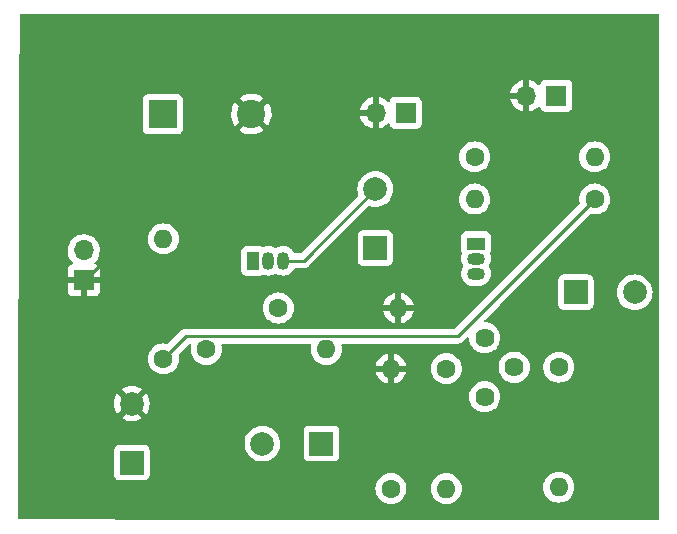
<source format=gtl>
%TF.GenerationSoftware,KiCad,Pcbnew,(6.0.0)*%
%TF.CreationDate,2022-01-14T09:14:34+00:00*%
%TF.ProjectId,ampli1,616d706c-6931-42e6-9b69-6361645f7063,rev?*%
%TF.SameCoordinates,Original*%
%TF.FileFunction,Copper,L1,Top*%
%TF.FilePolarity,Positive*%
%FSLAX46Y46*%
G04 Gerber Fmt 4.6, Leading zero omitted, Abs format (unit mm)*
G04 Created by KiCad (PCBNEW (6.0.0)) date 2022-01-14 09:14:34*
%MOMM*%
%LPD*%
G01*
G04 APERTURE LIST*
%TA.AperFunction,ComponentPad*%
%ADD10R,1.700000X1.700000*%
%TD*%
%TA.AperFunction,ComponentPad*%
%ADD11O,1.700000X1.700000*%
%TD*%
%TA.AperFunction,ComponentPad*%
%ADD12R,1.500000X1.050000*%
%TD*%
%TA.AperFunction,ComponentPad*%
%ADD13O,1.500000X1.050000*%
%TD*%
%TA.AperFunction,ComponentPad*%
%ADD14R,2.000000X2.000000*%
%TD*%
%TA.AperFunction,ComponentPad*%
%ADD15C,2.000000*%
%TD*%
%TA.AperFunction,ComponentPad*%
%ADD16C,1.600000*%
%TD*%
%TA.AperFunction,ComponentPad*%
%ADD17O,1.600000X1.600000*%
%TD*%
%TA.AperFunction,ComponentPad*%
%ADD18R,1.050000X1.500000*%
%TD*%
%TA.AperFunction,ComponentPad*%
%ADD19O,1.050000X1.500000*%
%TD*%
%TA.AperFunction,ComponentPad*%
%ADD20C,1.620000*%
%TD*%
%TA.AperFunction,ComponentPad*%
%ADD21R,2.400000X2.400000*%
%TD*%
%TA.AperFunction,ComponentPad*%
%ADD22C,2.400000*%
%TD*%
%TA.AperFunction,Conductor*%
%ADD23C,0.250000*%
%TD*%
G04 APERTURE END LIST*
D10*
%TO.P,V1,1,E1*%
%TO.N,VCC*%
X126590000Y-74415000D03*
D11*
%TO.P,V1,2,E2*%
%TO.N,GND*%
X124050000Y-74415000D03*
%TD*%
D12*
%TO.P,Q2,1,C*%
%TO.N,Net-(C5-Pad1)*%
X132540000Y-85490000D03*
D13*
%TO.P,Q2,2,B*%
%TO.N,Net-(Q1-Pad1)*%
X132540000Y-86760000D03*
%TO.P,Q2,3,E*%
%TO.N,Net-(C4-Pad1)*%
X132540000Y-88030000D03*
%TD*%
D14*
%TO.P,C1,1*%
%TO.N,Net-(C1-Pad1)*%
X119457677Y-102430000D03*
D15*
%TO.P,C1,2*%
%TO.N,Net-(C1-Pad2)*%
X114457677Y-102430000D03*
%TD*%
D16*
%TO.P,R4,1*%
%TO.N,Net-(C4-Pad1)*%
X130030000Y-96080000D03*
D17*
%TO.P,R4,2*%
%TO.N,Net-(R1-Pad2)*%
X130030000Y-106240000D03*
%TD*%
D16*
%TO.P,R5,1*%
%TO.N,Net-(R1-Pad2)*%
X125340000Y-106240000D03*
D17*
%TO.P,R5,2*%
%TO.N,GND*%
X125340000Y-96080000D03*
%TD*%
D16*
%TO.P,R1,1*%
%TO.N,Net-(C1-Pad1)*%
X109710000Y-94450000D03*
D17*
%TO.P,R1,2*%
%TO.N,Net-(R1-Pad2)*%
X119870000Y-94450000D03*
%TD*%
D14*
%TO.P,C3,1*%
%TO.N,Net-(C3-Pad1)*%
X124020000Y-85880000D03*
D15*
%TO.P,C3,2*%
%TO.N,Net-(C3-Pad2)*%
X124020000Y-80880000D03*
%TD*%
D16*
%TO.P,R3,1*%
%TO.N,Net-(C3-Pad2)*%
X115810000Y-90950000D03*
D17*
%TO.P,R3,2*%
%TO.N,GND*%
X125970000Y-90950000D03*
%TD*%
D18*
%TO.P,Q1,1,C*%
%TO.N,Net-(Q1-Pad1)*%
X113670000Y-86950000D03*
D19*
%TO.P,Q1,2,B*%
%TO.N,Net-(C1-Pad1)*%
X114940000Y-86950000D03*
%TO.P,Q1,3,E*%
%TO.N,Net-(C3-Pad2)*%
X116210000Y-86950000D03*
%TD*%
D14*
%TO.P,C5,1*%
%TO.N,Net-(C5-Pad1)*%
X140982323Y-89620000D03*
D15*
%TO.P,C5,2*%
%TO.N,Net-(C5-Pad2)*%
X145982323Y-89620000D03*
%TD*%
D16*
%TO.P,R2,1*%
%TO.N,Net-(C2-Pad1)*%
X106080000Y-95260000D03*
D17*
%TO.P,R2,2*%
%TO.N,Net-(Q1-Pad1)*%
X106080000Y-85100000D03*
%TD*%
D10*
%TO.P,J1,1,Pin_1*%
%TO.N,GND*%
X99330000Y-88600000D03*
D11*
%TO.P,J1,2,Pin_2*%
%TO.N,Net-(C1-Pad2)*%
X99330000Y-86060000D03*
%TD*%
D16*
%TO.P,R7,1*%
%TO.N,Net-(C2-Pad1)*%
X142590000Y-81720000D03*
D17*
%TO.P,R7,2*%
%TO.N,Net-(C5-Pad1)*%
X132430000Y-81720000D03*
%TD*%
D10*
%TO.P,J2,1,Pin_1*%
%TO.N,Net-(C5-Pad2)*%
X139330000Y-72965000D03*
D11*
%TO.P,J2,2,Pin_2*%
%TO.N,GND*%
X136790000Y-72965000D03*
%TD*%
D20*
%TO.P,RV1,1,1*%
%TO.N,Net-(C3-Pad1)*%
X133275000Y-93460000D03*
%TO.P,RV1,2,2*%
X135775000Y-95960000D03*
%TO.P,RV1,3,3*%
%TO.N,Net-(R6-Pad1)*%
X133275000Y-98460000D03*
%TD*%
D21*
%TO.P,C4,1*%
%TO.N,Net-(C4-Pad1)*%
X106029794Y-74530000D03*
D22*
%TO.P,C4,2*%
%TO.N,GND*%
X113529794Y-74530000D03*
%TD*%
D16*
%TO.P,R6,1*%
%TO.N,Net-(R6-Pad1)*%
X139550000Y-95960000D03*
D17*
%TO.P,R6,2*%
%TO.N,Net-(C5-Pad1)*%
X139550000Y-106120000D03*
%TD*%
D16*
%TO.P,R8,1*%
%TO.N,VCC*%
X132430000Y-78150000D03*
D17*
%TO.P,R8,2*%
%TO.N,Net-(C2-Pad1)*%
X142590000Y-78150000D03*
%TD*%
D14*
%TO.P,C2,1*%
%TO.N,Net-(C2-Pad1)*%
X103390000Y-104037677D03*
D15*
%TO.P,C2,2*%
%TO.N,GND*%
X103390000Y-99037677D03*
%TD*%
D23*
%TO.N,Net-(C2-Pad1)*%
X106080000Y-95260000D02*
X108014511Y-93325489D01*
X108014511Y-93325489D02*
X130984511Y-93325489D01*
X130984511Y-93325489D02*
X142590000Y-81720000D01*
%TO.N,GND*%
X127270000Y-90950000D02*
X125970000Y-90950000D01*
X99330000Y-88600000D02*
X99459794Y-88600000D01*
X124050000Y-76730000D02*
X127790000Y-80470000D01*
X127790000Y-80470000D02*
X127790000Y-90430000D01*
X127790000Y-90430000D02*
X127270000Y-90950000D01*
X99459794Y-88600000D02*
X113529794Y-74530000D01*
X124050000Y-74415000D02*
X124050000Y-76730000D01*
%TO.N,Net-(C3-Pad2)*%
X116210000Y-86950000D02*
X117950000Y-86950000D01*
X117950000Y-86950000D02*
X124020000Y-80880000D01*
%TD*%
%TA.AperFunction,Conductor*%
%TO.N,GND*%
G36*
X148001994Y-66060024D02*
G01*
X148048506Y-66113662D01*
X148059912Y-66166135D01*
X148055265Y-72820467D01*
X148030170Y-108756088D01*
X148010120Y-108824195D01*
X147956432Y-108870650D01*
X147904170Y-108882000D01*
X110339487Y-108882000D01*
X110339093Y-108881999D01*
X110165088Y-108881454D01*
X93856106Y-108830395D01*
X93788049Y-108810180D01*
X93741724Y-108756379D01*
X93730502Y-108703895D01*
X93740304Y-106240000D01*
X124026502Y-106240000D01*
X124046457Y-106468087D01*
X124105716Y-106689243D01*
X124108039Y-106694224D01*
X124108039Y-106694225D01*
X124200151Y-106891762D01*
X124200154Y-106891767D01*
X124202477Y-106896749D01*
X124333802Y-107084300D01*
X124495700Y-107246198D01*
X124500208Y-107249355D01*
X124500211Y-107249357D01*
X124578389Y-107304098D01*
X124683251Y-107377523D01*
X124688233Y-107379846D01*
X124688238Y-107379849D01*
X124885775Y-107471961D01*
X124890757Y-107474284D01*
X124896065Y-107475706D01*
X124896067Y-107475707D01*
X125106598Y-107532119D01*
X125106600Y-107532119D01*
X125111913Y-107533543D01*
X125340000Y-107553498D01*
X125568087Y-107533543D01*
X125573400Y-107532119D01*
X125573402Y-107532119D01*
X125783933Y-107475707D01*
X125783935Y-107475706D01*
X125789243Y-107474284D01*
X125794225Y-107471961D01*
X125991762Y-107379849D01*
X125991767Y-107379846D01*
X125996749Y-107377523D01*
X126101611Y-107304098D01*
X126179789Y-107249357D01*
X126179792Y-107249355D01*
X126184300Y-107246198D01*
X126346198Y-107084300D01*
X126477523Y-106896749D01*
X126479846Y-106891767D01*
X126479849Y-106891762D01*
X126571961Y-106694225D01*
X126571961Y-106694224D01*
X126574284Y-106689243D01*
X126633543Y-106468087D01*
X126653498Y-106240000D01*
X128716502Y-106240000D01*
X128736457Y-106468087D01*
X128795716Y-106689243D01*
X128798039Y-106694224D01*
X128798039Y-106694225D01*
X128890151Y-106891762D01*
X128890154Y-106891767D01*
X128892477Y-106896749D01*
X129023802Y-107084300D01*
X129185700Y-107246198D01*
X129190208Y-107249355D01*
X129190211Y-107249357D01*
X129268389Y-107304098D01*
X129373251Y-107377523D01*
X129378233Y-107379846D01*
X129378238Y-107379849D01*
X129575775Y-107471961D01*
X129580757Y-107474284D01*
X129586065Y-107475706D01*
X129586067Y-107475707D01*
X129796598Y-107532119D01*
X129796600Y-107532119D01*
X129801913Y-107533543D01*
X130030000Y-107553498D01*
X130258087Y-107533543D01*
X130263400Y-107532119D01*
X130263402Y-107532119D01*
X130473933Y-107475707D01*
X130473935Y-107475706D01*
X130479243Y-107474284D01*
X130484225Y-107471961D01*
X130681762Y-107379849D01*
X130681767Y-107379846D01*
X130686749Y-107377523D01*
X130791611Y-107304098D01*
X130869789Y-107249357D01*
X130869792Y-107249355D01*
X130874300Y-107246198D01*
X131036198Y-107084300D01*
X131167523Y-106896749D01*
X131169846Y-106891767D01*
X131169849Y-106891762D01*
X131261961Y-106694225D01*
X131261961Y-106694224D01*
X131264284Y-106689243D01*
X131323543Y-106468087D01*
X131343498Y-106240000D01*
X131332999Y-106120000D01*
X138236502Y-106120000D01*
X138256457Y-106348087D01*
X138315716Y-106569243D01*
X138318039Y-106574224D01*
X138318039Y-106574225D01*
X138410151Y-106771762D01*
X138410154Y-106771767D01*
X138412477Y-106776749D01*
X138543802Y-106964300D01*
X138705700Y-107126198D01*
X138710208Y-107129355D01*
X138710211Y-107129357D01*
X138788389Y-107184098D01*
X138893251Y-107257523D01*
X138898233Y-107259846D01*
X138898238Y-107259849D01*
X139095775Y-107351961D01*
X139100757Y-107354284D01*
X139106065Y-107355706D01*
X139106067Y-107355707D01*
X139316598Y-107412119D01*
X139316600Y-107412119D01*
X139321913Y-107413543D01*
X139550000Y-107433498D01*
X139778087Y-107413543D01*
X139783400Y-107412119D01*
X139783402Y-107412119D01*
X139993933Y-107355707D01*
X139993935Y-107355706D01*
X139999243Y-107354284D01*
X140004225Y-107351961D01*
X140201762Y-107259849D01*
X140201767Y-107259846D01*
X140206749Y-107257523D01*
X140311611Y-107184098D01*
X140389789Y-107129357D01*
X140389792Y-107129355D01*
X140394300Y-107126198D01*
X140556198Y-106964300D01*
X140687523Y-106776749D01*
X140689846Y-106771767D01*
X140689849Y-106771762D01*
X140781961Y-106574225D01*
X140781961Y-106574224D01*
X140784284Y-106569243D01*
X140843543Y-106348087D01*
X140863498Y-106120000D01*
X140843543Y-105891913D01*
X140784284Y-105670757D01*
X140743480Y-105583251D01*
X140689849Y-105468238D01*
X140689846Y-105468233D01*
X140687523Y-105463251D01*
X140567309Y-105291568D01*
X140559357Y-105280211D01*
X140559355Y-105280208D01*
X140556198Y-105275700D01*
X140394300Y-105113802D01*
X140389792Y-105110645D01*
X140389789Y-105110643D01*
X140243255Y-105008039D01*
X140206749Y-104982477D01*
X140201767Y-104980154D01*
X140201762Y-104980151D01*
X140004225Y-104888039D01*
X140004224Y-104888039D01*
X139999243Y-104885716D01*
X139993935Y-104884294D01*
X139993933Y-104884293D01*
X139783402Y-104827881D01*
X139783400Y-104827881D01*
X139778087Y-104826457D01*
X139550000Y-104806502D01*
X139321913Y-104826457D01*
X139316600Y-104827881D01*
X139316598Y-104827881D01*
X139106067Y-104884293D01*
X139106065Y-104884294D01*
X139100757Y-104885716D01*
X139095776Y-104888039D01*
X139095775Y-104888039D01*
X138898238Y-104980151D01*
X138898233Y-104980154D01*
X138893251Y-104982477D01*
X138856745Y-105008039D01*
X138710211Y-105110643D01*
X138710208Y-105110645D01*
X138705700Y-105113802D01*
X138543802Y-105275700D01*
X138540645Y-105280208D01*
X138540643Y-105280211D01*
X138532691Y-105291568D01*
X138412477Y-105463251D01*
X138410154Y-105468233D01*
X138410151Y-105468238D01*
X138356520Y-105583251D01*
X138315716Y-105670757D01*
X138256457Y-105891913D01*
X138236502Y-106120000D01*
X131332999Y-106120000D01*
X131323543Y-106011913D01*
X131264284Y-105790757D01*
X131210804Y-105676067D01*
X131169849Y-105588238D01*
X131169846Y-105588233D01*
X131167523Y-105583251D01*
X131036198Y-105395700D01*
X130874300Y-105233802D01*
X130869792Y-105230645D01*
X130869789Y-105230643D01*
X130708488Y-105117699D01*
X130686749Y-105102477D01*
X130681767Y-105100154D01*
X130681762Y-105100151D01*
X130484225Y-105008039D01*
X130484224Y-105008039D01*
X130479243Y-105005716D01*
X130473935Y-105004294D01*
X130473933Y-105004293D01*
X130263402Y-104947881D01*
X130263400Y-104947881D01*
X130258087Y-104946457D01*
X130030000Y-104926502D01*
X129801913Y-104946457D01*
X129796600Y-104947881D01*
X129796598Y-104947881D01*
X129586067Y-105004293D01*
X129586065Y-105004294D01*
X129580757Y-105005716D01*
X129575776Y-105008039D01*
X129575775Y-105008039D01*
X129378238Y-105100151D01*
X129378233Y-105100154D01*
X129373251Y-105102477D01*
X129351512Y-105117699D01*
X129190211Y-105230643D01*
X129190208Y-105230645D01*
X129185700Y-105233802D01*
X129023802Y-105395700D01*
X128892477Y-105583251D01*
X128890154Y-105588233D01*
X128890151Y-105588238D01*
X128849196Y-105676067D01*
X128795716Y-105790757D01*
X128736457Y-106011913D01*
X128716502Y-106240000D01*
X126653498Y-106240000D01*
X126633543Y-106011913D01*
X126574284Y-105790757D01*
X126520804Y-105676067D01*
X126479849Y-105588238D01*
X126479846Y-105588233D01*
X126477523Y-105583251D01*
X126346198Y-105395700D01*
X126184300Y-105233802D01*
X126179792Y-105230645D01*
X126179789Y-105230643D01*
X126018488Y-105117699D01*
X125996749Y-105102477D01*
X125991767Y-105100154D01*
X125991762Y-105100151D01*
X125794225Y-105008039D01*
X125794224Y-105008039D01*
X125789243Y-105005716D01*
X125783935Y-105004294D01*
X125783933Y-105004293D01*
X125573402Y-104947881D01*
X125573400Y-104947881D01*
X125568087Y-104946457D01*
X125340000Y-104926502D01*
X125111913Y-104946457D01*
X125106600Y-104947881D01*
X125106598Y-104947881D01*
X124896067Y-105004293D01*
X124896065Y-105004294D01*
X124890757Y-105005716D01*
X124885776Y-105008039D01*
X124885775Y-105008039D01*
X124688238Y-105100151D01*
X124688233Y-105100154D01*
X124683251Y-105102477D01*
X124661512Y-105117699D01*
X124500211Y-105230643D01*
X124500208Y-105230645D01*
X124495700Y-105233802D01*
X124333802Y-105395700D01*
X124202477Y-105583251D01*
X124200154Y-105588233D01*
X124200151Y-105588238D01*
X124159196Y-105676067D01*
X124105716Y-105790757D01*
X124046457Y-106011913D01*
X124026502Y-106240000D01*
X93740304Y-106240000D01*
X93744896Y-105085811D01*
X101881500Y-105085811D01*
X101888255Y-105147993D01*
X101939385Y-105284382D01*
X102026739Y-105400938D01*
X102143295Y-105488292D01*
X102279684Y-105539422D01*
X102341866Y-105546177D01*
X104438134Y-105546177D01*
X104500316Y-105539422D01*
X104636705Y-105488292D01*
X104753261Y-105400938D01*
X104840615Y-105284382D01*
X104891745Y-105147993D01*
X104898500Y-105085811D01*
X104898500Y-102989543D01*
X104891745Y-102927361D01*
X104840615Y-102790972D01*
X104753261Y-102674416D01*
X104636705Y-102587062D01*
X104500316Y-102535932D01*
X104438134Y-102529177D01*
X102341866Y-102529177D01*
X102279684Y-102535932D01*
X102143295Y-102587062D01*
X102026739Y-102674416D01*
X101939385Y-102790972D01*
X101888255Y-102927361D01*
X101881500Y-102989543D01*
X101881500Y-105085811D01*
X93744896Y-105085811D01*
X93755462Y-102430000D01*
X112944512Y-102430000D01*
X112963142Y-102666711D01*
X112964296Y-102671518D01*
X112964297Y-102671524D01*
X112991249Y-102783786D01*
X113018572Y-102897594D01*
X113020465Y-102902165D01*
X113020466Y-102902167D01*
X113058074Y-102992960D01*
X113109437Y-103116963D01*
X113112023Y-103121183D01*
X113230918Y-103315202D01*
X113230922Y-103315208D01*
X113233501Y-103319416D01*
X113387708Y-103499969D01*
X113568261Y-103654176D01*
X113572469Y-103656755D01*
X113572475Y-103656759D01*
X113766494Y-103775654D01*
X113770714Y-103778240D01*
X113775284Y-103780133D01*
X113775288Y-103780135D01*
X113985510Y-103867211D01*
X113990083Y-103869105D01*
X114038026Y-103880615D01*
X114216153Y-103923380D01*
X114216159Y-103923381D01*
X114220966Y-103924535D01*
X114457677Y-103943165D01*
X114694388Y-103924535D01*
X114699195Y-103923381D01*
X114699201Y-103923380D01*
X114877328Y-103880615D01*
X114925271Y-103869105D01*
X114929844Y-103867211D01*
X115140066Y-103780135D01*
X115140070Y-103780133D01*
X115144640Y-103778240D01*
X115148860Y-103775654D01*
X115342879Y-103656759D01*
X115342885Y-103656755D01*
X115347093Y-103654176D01*
X115527646Y-103499969D01*
X115546295Y-103478134D01*
X117949177Y-103478134D01*
X117955932Y-103540316D01*
X118007062Y-103676705D01*
X118094416Y-103793261D01*
X118210972Y-103880615D01*
X118347361Y-103931745D01*
X118409543Y-103938500D01*
X120505811Y-103938500D01*
X120567993Y-103931745D01*
X120704382Y-103880615D01*
X120820938Y-103793261D01*
X120908292Y-103676705D01*
X120959422Y-103540316D01*
X120966177Y-103478134D01*
X120966177Y-101381866D01*
X120959422Y-101319684D01*
X120908292Y-101183295D01*
X120820938Y-101066739D01*
X120704382Y-100979385D01*
X120567993Y-100928255D01*
X120505811Y-100921500D01*
X118409543Y-100921500D01*
X118347361Y-100928255D01*
X118210972Y-100979385D01*
X118094416Y-101066739D01*
X118007062Y-101183295D01*
X117955932Y-101319684D01*
X117949177Y-101381866D01*
X117949177Y-103478134D01*
X115546295Y-103478134D01*
X115681853Y-103319416D01*
X115684432Y-103315208D01*
X115684436Y-103315202D01*
X115803331Y-103121183D01*
X115805917Y-103116963D01*
X115857281Y-102992960D01*
X115894888Y-102902167D01*
X115894889Y-102902165D01*
X115896782Y-102897594D01*
X115924105Y-102783786D01*
X115951057Y-102671524D01*
X115951058Y-102671518D01*
X115952212Y-102666711D01*
X115970842Y-102430000D01*
X115952212Y-102193289D01*
X115896782Y-101962406D01*
X115805917Y-101743037D01*
X115803331Y-101738817D01*
X115684436Y-101544798D01*
X115684432Y-101544792D01*
X115681853Y-101540584D01*
X115527646Y-101360031D01*
X115347093Y-101205824D01*
X115342885Y-101203245D01*
X115342879Y-101203241D01*
X115148860Y-101084346D01*
X115144640Y-101081760D01*
X115140070Y-101079867D01*
X115140066Y-101079865D01*
X114929844Y-100992789D01*
X114929842Y-100992788D01*
X114925271Y-100990895D01*
X114845068Y-100971640D01*
X114699201Y-100936620D01*
X114699195Y-100936619D01*
X114694388Y-100935465D01*
X114457677Y-100916835D01*
X114220966Y-100935465D01*
X114216159Y-100936619D01*
X114216153Y-100936620D01*
X114070286Y-100971640D01*
X113990083Y-100990895D01*
X113985512Y-100992788D01*
X113985510Y-100992789D01*
X113775288Y-101079865D01*
X113775284Y-101079867D01*
X113770714Y-101081760D01*
X113766494Y-101084346D01*
X113572475Y-101203241D01*
X113572469Y-101203245D01*
X113568261Y-101205824D01*
X113387708Y-101360031D01*
X113233501Y-101540584D01*
X113230922Y-101544792D01*
X113230918Y-101544798D01*
X113112023Y-101738817D01*
X113109437Y-101743037D01*
X113018572Y-101962406D01*
X112963142Y-102193289D01*
X112944512Y-102430000D01*
X93755462Y-102430000D01*
X93764054Y-100270347D01*
X102522160Y-100270347D01*
X102527887Y-100277997D01*
X102699042Y-100382882D01*
X102707837Y-100387364D01*
X102917988Y-100474411D01*
X102927373Y-100477460D01*
X103148554Y-100530562D01*
X103158301Y-100532105D01*
X103385070Y-100549952D01*
X103394930Y-100549952D01*
X103621699Y-100532105D01*
X103631446Y-100530562D01*
X103852627Y-100477460D01*
X103862012Y-100474411D01*
X104072163Y-100387364D01*
X104080958Y-100382882D01*
X104248445Y-100280245D01*
X104257907Y-100269787D01*
X104254124Y-100261011D01*
X103402812Y-99409699D01*
X103388868Y-99402085D01*
X103387035Y-99402216D01*
X103380420Y-99406467D01*
X102528920Y-100257967D01*
X102522160Y-100270347D01*
X93764054Y-100270347D01*
X93768939Y-99042607D01*
X101877725Y-99042607D01*
X101895572Y-99269376D01*
X101897115Y-99279123D01*
X101950217Y-99500304D01*
X101953266Y-99509689D01*
X102040313Y-99719840D01*
X102044795Y-99728635D01*
X102147432Y-99896122D01*
X102157890Y-99905584D01*
X102166666Y-99901801D01*
X103017978Y-99050489D01*
X103024356Y-99038809D01*
X103754408Y-99038809D01*
X103754539Y-99040642D01*
X103758790Y-99047257D01*
X104610290Y-99898757D01*
X104622670Y-99905517D01*
X104630320Y-99899790D01*
X104735205Y-99728635D01*
X104739687Y-99719840D01*
X104826734Y-99509689D01*
X104829783Y-99500304D01*
X104882885Y-99279123D01*
X104884428Y-99269376D01*
X104902275Y-99042607D01*
X104902275Y-99032747D01*
X104884428Y-98805978D01*
X104882885Y-98796231D01*
X104829783Y-98575050D01*
X104826734Y-98565665D01*
X104782966Y-98460000D01*
X131951464Y-98460000D01*
X131971571Y-98689830D01*
X132031283Y-98912676D01*
X132033608Y-98917661D01*
X132126458Y-99116781D01*
X132126461Y-99116786D01*
X132128784Y-99121768D01*
X132261113Y-99310753D01*
X132424247Y-99473887D01*
X132428755Y-99477044D01*
X132428758Y-99477046D01*
X132461974Y-99500304D01*
X132613232Y-99606216D01*
X132618214Y-99608539D01*
X132618219Y-99608542D01*
X132724558Y-99658128D01*
X132822324Y-99703717D01*
X133045170Y-99763429D01*
X133275000Y-99783536D01*
X133504830Y-99763429D01*
X133727676Y-99703717D01*
X133825442Y-99658128D01*
X133931781Y-99608542D01*
X133931786Y-99608539D01*
X133936768Y-99606216D01*
X134088026Y-99500304D01*
X134121242Y-99477046D01*
X134121245Y-99477044D01*
X134125753Y-99473887D01*
X134288887Y-99310753D01*
X134421216Y-99121768D01*
X134423539Y-99116786D01*
X134423542Y-99116781D01*
X134516392Y-98917661D01*
X134518717Y-98912676D01*
X134578429Y-98689830D01*
X134598536Y-98460000D01*
X134578429Y-98230170D01*
X134518717Y-98007324D01*
X134473128Y-97909558D01*
X134423542Y-97803219D01*
X134423539Y-97803214D01*
X134421216Y-97798232D01*
X134288887Y-97609247D01*
X134125753Y-97446113D01*
X134121245Y-97442956D01*
X134121242Y-97442954D01*
X134042370Y-97387728D01*
X133936768Y-97313784D01*
X133931786Y-97311461D01*
X133931781Y-97311458D01*
X133807580Y-97253543D01*
X133727676Y-97216283D01*
X133504830Y-97156571D01*
X133275000Y-97136464D01*
X133045170Y-97156571D01*
X132822324Y-97216283D01*
X132742420Y-97253543D01*
X132618219Y-97311458D01*
X132618214Y-97311461D01*
X132613232Y-97313784D01*
X132507630Y-97387728D01*
X132428758Y-97442954D01*
X132428755Y-97442956D01*
X132424247Y-97446113D01*
X132261113Y-97609247D01*
X132128784Y-97798232D01*
X132126461Y-97803214D01*
X132126458Y-97803219D01*
X132076872Y-97909558D01*
X132031283Y-98007324D01*
X131971571Y-98230170D01*
X131951464Y-98460000D01*
X104782966Y-98460000D01*
X104739687Y-98355514D01*
X104735205Y-98346719D01*
X104632568Y-98179232D01*
X104622110Y-98169770D01*
X104613334Y-98173553D01*
X103762022Y-99024865D01*
X103754408Y-99038809D01*
X103024356Y-99038809D01*
X103025592Y-99036545D01*
X103025461Y-99034712D01*
X103021210Y-99028097D01*
X102169710Y-98176597D01*
X102157330Y-98169837D01*
X102149680Y-98175564D01*
X102044795Y-98346719D01*
X102040313Y-98355514D01*
X101953266Y-98565665D01*
X101950217Y-98575050D01*
X101897115Y-98796231D01*
X101895572Y-98805978D01*
X101877725Y-99032747D01*
X101877725Y-99042607D01*
X93768939Y-99042607D01*
X93773861Y-97805567D01*
X102522093Y-97805567D01*
X102525876Y-97814343D01*
X103377188Y-98665655D01*
X103391132Y-98673269D01*
X103392965Y-98673138D01*
X103399580Y-98668887D01*
X104251080Y-97817387D01*
X104257840Y-97805007D01*
X104252113Y-97797357D01*
X104080958Y-97692472D01*
X104072163Y-97687990D01*
X103862012Y-97600943D01*
X103852627Y-97597894D01*
X103631446Y-97544792D01*
X103621699Y-97543249D01*
X103394930Y-97525402D01*
X103385070Y-97525402D01*
X103158301Y-97543249D01*
X103148554Y-97544792D01*
X102927373Y-97597894D01*
X102917988Y-97600943D01*
X102707837Y-97687990D01*
X102699042Y-97692472D01*
X102531555Y-97795109D01*
X102522093Y-97805567D01*
X93773861Y-97805567D01*
X93783988Y-95260000D01*
X104766502Y-95260000D01*
X104786457Y-95488087D01*
X104787881Y-95493400D01*
X104787881Y-95493402D01*
X104839410Y-95685707D01*
X104845716Y-95709243D01*
X104848039Y-95714224D01*
X104848039Y-95714225D01*
X104940151Y-95911762D01*
X104940154Y-95911767D01*
X104942477Y-95916749D01*
X105015902Y-96021611D01*
X105060621Y-96085475D01*
X105073802Y-96104300D01*
X105235700Y-96266198D01*
X105240208Y-96269355D01*
X105240211Y-96269357D01*
X105303114Y-96313402D01*
X105423251Y-96397523D01*
X105428233Y-96399846D01*
X105428238Y-96399849D01*
X105625775Y-96491961D01*
X105630757Y-96494284D01*
X105636065Y-96495706D01*
X105636067Y-96495707D01*
X105846598Y-96552119D01*
X105846600Y-96552119D01*
X105851913Y-96553543D01*
X106080000Y-96573498D01*
X106308087Y-96553543D01*
X106313400Y-96552119D01*
X106313402Y-96552119D01*
X106523933Y-96495707D01*
X106523935Y-96495706D01*
X106529243Y-96494284D01*
X106534225Y-96491961D01*
X106731762Y-96399849D01*
X106731767Y-96399846D01*
X106736749Y-96397523D01*
X106809586Y-96346522D01*
X124057273Y-96346522D01*
X124104764Y-96523761D01*
X124108510Y-96534053D01*
X124200586Y-96731511D01*
X124206069Y-96741007D01*
X124331028Y-96919467D01*
X124338084Y-96927875D01*
X124492125Y-97081916D01*
X124500533Y-97088972D01*
X124678993Y-97213931D01*
X124688489Y-97219414D01*
X124885947Y-97311490D01*
X124896239Y-97315236D01*
X125068503Y-97361394D01*
X125082599Y-97361058D01*
X125086000Y-97353116D01*
X125086000Y-97347967D01*
X125594000Y-97347967D01*
X125597973Y-97361498D01*
X125606522Y-97362727D01*
X125783761Y-97315236D01*
X125794053Y-97311490D01*
X125991511Y-97219414D01*
X126001007Y-97213931D01*
X126179467Y-97088972D01*
X126187875Y-97081916D01*
X126341916Y-96927875D01*
X126348972Y-96919467D01*
X126473931Y-96741007D01*
X126479414Y-96731511D01*
X126571490Y-96534053D01*
X126575236Y-96523761D01*
X126621394Y-96351497D01*
X126621058Y-96337401D01*
X126613116Y-96334000D01*
X125612115Y-96334000D01*
X125596876Y-96338475D01*
X125595671Y-96339865D01*
X125594000Y-96347548D01*
X125594000Y-97347967D01*
X125086000Y-97347967D01*
X125086000Y-96352115D01*
X125081525Y-96336876D01*
X125080135Y-96335671D01*
X125072452Y-96334000D01*
X124072033Y-96334000D01*
X124058502Y-96337973D01*
X124057273Y-96346522D01*
X106809586Y-96346522D01*
X106856886Y-96313402D01*
X106919789Y-96269357D01*
X106919792Y-96269355D01*
X106924300Y-96266198D01*
X107086198Y-96104300D01*
X107099380Y-96085475D01*
X107103214Y-96080000D01*
X128716502Y-96080000D01*
X128736457Y-96308087D01*
X128737881Y-96313400D01*
X128737881Y-96313402D01*
X128763059Y-96407365D01*
X128795716Y-96529243D01*
X128798039Y-96534224D01*
X128798039Y-96534225D01*
X128890151Y-96731762D01*
X128890154Y-96731767D01*
X128892477Y-96736749D01*
X129023802Y-96924300D01*
X129185700Y-97086198D01*
X129190208Y-97089355D01*
X129190211Y-97089357D01*
X129217610Y-97108542D01*
X129373251Y-97217523D01*
X129378233Y-97219846D01*
X129378238Y-97219849D01*
X129574765Y-97311490D01*
X129580757Y-97314284D01*
X129586065Y-97315706D01*
X129586067Y-97315707D01*
X129796598Y-97372119D01*
X129796600Y-97372119D01*
X129801913Y-97373543D01*
X130030000Y-97393498D01*
X130258087Y-97373543D01*
X130263400Y-97372119D01*
X130263402Y-97372119D01*
X130473933Y-97315707D01*
X130473935Y-97315706D01*
X130479243Y-97314284D01*
X130485235Y-97311490D01*
X130681762Y-97219849D01*
X130681767Y-97219846D01*
X130686749Y-97217523D01*
X130842390Y-97108542D01*
X130869789Y-97089357D01*
X130869792Y-97089355D01*
X130874300Y-97086198D01*
X131036198Y-96924300D01*
X131167523Y-96736749D01*
X131169846Y-96731767D01*
X131169849Y-96731762D01*
X131261961Y-96534225D01*
X131261961Y-96534224D01*
X131264284Y-96529243D01*
X131296942Y-96407365D01*
X131322119Y-96313402D01*
X131322119Y-96313400D01*
X131323543Y-96308087D01*
X131343498Y-96080000D01*
X131332999Y-95960000D01*
X134451464Y-95960000D01*
X134471571Y-96189830D01*
X134531283Y-96412676D01*
X134533608Y-96417661D01*
X134626458Y-96616781D01*
X134626461Y-96616786D01*
X134628784Y-96621768D01*
X134631941Y-96626276D01*
X134756595Y-96804300D01*
X134761113Y-96810753D01*
X134924247Y-96973887D01*
X134928755Y-96977044D01*
X134928758Y-96977046D01*
X135007630Y-97032272D01*
X135113232Y-97106216D01*
X135118214Y-97108539D01*
X135118219Y-97108542D01*
X135178099Y-97136464D01*
X135322324Y-97203717D01*
X135545170Y-97263429D01*
X135775000Y-97283536D01*
X136004830Y-97263429D01*
X136227676Y-97203717D01*
X136371901Y-97136464D01*
X136431781Y-97108542D01*
X136431786Y-97108539D01*
X136436768Y-97106216D01*
X136542370Y-97032272D01*
X136621242Y-96977046D01*
X136621245Y-96977044D01*
X136625753Y-96973887D01*
X136788887Y-96810753D01*
X136793406Y-96804300D01*
X136918059Y-96626276D01*
X136921216Y-96621768D01*
X136923539Y-96616786D01*
X136923542Y-96616781D01*
X137016392Y-96417661D01*
X137018717Y-96412676D01*
X137078429Y-96189830D01*
X137098536Y-95960000D01*
X138236502Y-95960000D01*
X138256457Y-96188087D01*
X138257881Y-96193400D01*
X138257881Y-96193402D01*
X138312576Y-96397523D01*
X138315716Y-96409243D01*
X138318039Y-96414224D01*
X138318039Y-96414225D01*
X138410151Y-96611762D01*
X138410154Y-96611767D01*
X138412477Y-96616749D01*
X138543802Y-96804300D01*
X138705700Y-96966198D01*
X138710208Y-96969355D01*
X138710211Y-96969357D01*
X138788389Y-97024098D01*
X138893251Y-97097523D01*
X138898233Y-97099846D01*
X138898238Y-97099849D01*
X139022932Y-97157994D01*
X139100757Y-97194284D01*
X139106065Y-97195706D01*
X139106067Y-97195707D01*
X139316598Y-97252119D01*
X139316600Y-97252119D01*
X139321913Y-97253543D01*
X139550000Y-97273498D01*
X139778087Y-97253543D01*
X139783400Y-97252119D01*
X139783402Y-97252119D01*
X139993933Y-97195707D01*
X139993935Y-97195706D01*
X139999243Y-97194284D01*
X140077068Y-97157994D01*
X140201762Y-97099849D01*
X140201767Y-97099846D01*
X140206749Y-97097523D01*
X140311611Y-97024098D01*
X140389789Y-96969357D01*
X140389792Y-96969355D01*
X140394300Y-96966198D01*
X140556198Y-96804300D01*
X140687523Y-96616749D01*
X140689846Y-96611767D01*
X140689849Y-96611762D01*
X140781961Y-96414225D01*
X140781961Y-96414224D01*
X140784284Y-96409243D01*
X140787425Y-96397523D01*
X140842119Y-96193402D01*
X140842119Y-96193400D01*
X140843543Y-96188087D01*
X140863498Y-95960000D01*
X140843543Y-95731913D01*
X140841653Y-95724860D01*
X140785707Y-95516067D01*
X140785706Y-95516065D01*
X140784284Y-95510757D01*
X140741494Y-95418993D01*
X140689849Y-95308238D01*
X140689846Y-95308233D01*
X140687523Y-95303251D01*
X140556198Y-95115700D01*
X140394300Y-94953802D01*
X140389792Y-94950645D01*
X140389789Y-94950643D01*
X140308798Y-94893933D01*
X140206749Y-94822477D01*
X140201767Y-94820154D01*
X140201762Y-94820151D01*
X140004225Y-94728039D01*
X140004224Y-94728039D01*
X139999243Y-94725716D01*
X139993935Y-94724294D01*
X139993933Y-94724293D01*
X139783402Y-94667881D01*
X139783400Y-94667881D01*
X139778087Y-94666457D01*
X139550000Y-94646502D01*
X139321913Y-94666457D01*
X139316600Y-94667881D01*
X139316598Y-94667881D01*
X139106067Y-94724293D01*
X139106065Y-94724294D01*
X139100757Y-94725716D01*
X139095776Y-94728039D01*
X139095775Y-94728039D01*
X138898238Y-94820151D01*
X138898233Y-94820154D01*
X138893251Y-94822477D01*
X138791202Y-94893933D01*
X138710211Y-94950643D01*
X138710208Y-94950645D01*
X138705700Y-94953802D01*
X138543802Y-95115700D01*
X138412477Y-95303251D01*
X138410154Y-95308233D01*
X138410151Y-95308238D01*
X138358506Y-95418993D01*
X138315716Y-95510757D01*
X138314294Y-95516065D01*
X138314293Y-95516067D01*
X138258347Y-95724860D01*
X138256457Y-95731913D01*
X138236502Y-95960000D01*
X137098536Y-95960000D01*
X137078429Y-95730170D01*
X137018717Y-95507324D01*
X136925882Y-95308238D01*
X136923542Y-95303219D01*
X136923539Y-95303214D01*
X136921216Y-95298232D01*
X136796564Y-95120211D01*
X136792046Y-95113758D01*
X136792044Y-95113755D01*
X136788887Y-95109247D01*
X136625753Y-94946113D01*
X136621245Y-94942956D01*
X136621242Y-94942954D01*
X136542370Y-94887728D01*
X136436768Y-94813784D01*
X136431786Y-94811461D01*
X136431781Y-94811458D01*
X136325442Y-94761872D01*
X136227676Y-94716283D01*
X136004830Y-94656571D01*
X135775000Y-94636464D01*
X135545170Y-94656571D01*
X135322324Y-94716283D01*
X135224558Y-94761872D01*
X135118219Y-94811458D01*
X135118214Y-94811461D01*
X135113232Y-94813784D01*
X135007630Y-94887728D01*
X134928758Y-94942954D01*
X134928755Y-94942956D01*
X134924247Y-94946113D01*
X134761113Y-95109247D01*
X134757956Y-95113755D01*
X134757954Y-95113758D01*
X134753436Y-95120211D01*
X134628784Y-95298232D01*
X134626461Y-95303214D01*
X134626458Y-95303219D01*
X134624118Y-95308238D01*
X134531283Y-95507324D01*
X134471571Y-95730170D01*
X134451464Y-95960000D01*
X131332999Y-95960000D01*
X131323543Y-95851913D01*
X131313244Y-95813478D01*
X131265707Y-95636067D01*
X131265706Y-95636065D01*
X131264284Y-95630757D01*
X131261961Y-95625775D01*
X131169849Y-95428238D01*
X131169846Y-95428233D01*
X131167523Y-95423251D01*
X131083498Y-95303251D01*
X131039357Y-95240211D01*
X131039355Y-95240208D01*
X131036198Y-95235700D01*
X130874300Y-95073802D01*
X130869792Y-95070645D01*
X130869789Y-95070643D01*
X130708488Y-94957699D01*
X130686749Y-94942477D01*
X130681767Y-94940154D01*
X130681762Y-94940151D01*
X130484225Y-94848039D01*
X130484224Y-94848039D01*
X130479243Y-94845716D01*
X130473935Y-94844294D01*
X130473933Y-94844293D01*
X130263402Y-94787881D01*
X130263400Y-94787881D01*
X130258087Y-94786457D01*
X130030000Y-94766502D01*
X129801913Y-94786457D01*
X129796600Y-94787881D01*
X129796598Y-94787881D01*
X129586067Y-94844293D01*
X129586065Y-94844294D01*
X129580757Y-94845716D01*
X129575776Y-94848039D01*
X129575775Y-94848039D01*
X129378238Y-94940151D01*
X129378233Y-94940154D01*
X129373251Y-94942477D01*
X129351512Y-94957699D01*
X129190211Y-95070643D01*
X129190208Y-95070645D01*
X129185700Y-95073802D01*
X129023802Y-95235700D01*
X129020645Y-95240208D01*
X129020643Y-95240211D01*
X128976502Y-95303251D01*
X128892477Y-95423251D01*
X128890154Y-95428233D01*
X128890151Y-95428238D01*
X128798039Y-95625775D01*
X128795716Y-95630757D01*
X128794294Y-95636065D01*
X128794293Y-95636067D01*
X128746756Y-95813478D01*
X128736457Y-95851913D01*
X128716502Y-96080000D01*
X107103214Y-96080000D01*
X107144098Y-96021611D01*
X107217523Y-95916749D01*
X107219846Y-95911767D01*
X107219849Y-95911762D01*
X107267999Y-95808503D01*
X124058606Y-95808503D01*
X124058942Y-95822599D01*
X124066884Y-95826000D01*
X125067885Y-95826000D01*
X125083124Y-95821525D01*
X125084329Y-95820135D01*
X125086000Y-95812452D01*
X125086000Y-95807885D01*
X125594000Y-95807885D01*
X125598475Y-95823124D01*
X125599865Y-95824329D01*
X125607548Y-95826000D01*
X126607967Y-95826000D01*
X126621498Y-95822027D01*
X126622727Y-95813478D01*
X126575236Y-95636239D01*
X126571490Y-95625947D01*
X126479414Y-95428489D01*
X126473931Y-95418993D01*
X126348972Y-95240533D01*
X126341916Y-95232125D01*
X126187875Y-95078084D01*
X126179467Y-95071028D01*
X126001007Y-94946069D01*
X125991511Y-94940586D01*
X125794053Y-94848510D01*
X125783761Y-94844764D01*
X125611497Y-94798606D01*
X125597401Y-94798942D01*
X125594000Y-94806884D01*
X125594000Y-95807885D01*
X125086000Y-95807885D01*
X125086000Y-94812033D01*
X125082027Y-94798502D01*
X125073478Y-94797273D01*
X124896239Y-94844764D01*
X124885947Y-94848510D01*
X124688489Y-94940586D01*
X124678993Y-94946069D01*
X124500533Y-95071028D01*
X124492125Y-95078084D01*
X124338084Y-95232125D01*
X124331028Y-95240533D01*
X124206069Y-95418993D01*
X124200586Y-95428489D01*
X124108510Y-95625947D01*
X124104764Y-95636239D01*
X124058606Y-95808503D01*
X107267999Y-95808503D01*
X107311961Y-95714225D01*
X107311961Y-95714224D01*
X107314284Y-95709243D01*
X107320591Y-95685707D01*
X107372119Y-95493402D01*
X107372119Y-95493400D01*
X107373543Y-95488087D01*
X107393498Y-95260000D01*
X107373543Y-95031913D01*
X107372119Y-95026598D01*
X107372118Y-95026591D01*
X107356541Y-94968459D01*
X107358230Y-94897483D01*
X107389152Y-94846752D01*
X108231262Y-94004642D01*
X108293574Y-93970616D01*
X108364389Y-93975681D01*
X108421225Y-94018228D01*
X108446036Y-94084748D01*
X108442064Y-94126346D01*
X108416457Y-94221913D01*
X108396502Y-94450000D01*
X108416457Y-94678087D01*
X108417881Y-94683400D01*
X108417881Y-94683402D01*
X108445367Y-94785978D01*
X108475716Y-94899243D01*
X108478039Y-94904224D01*
X108478039Y-94904225D01*
X108570151Y-95101762D01*
X108570154Y-95101767D01*
X108572477Y-95106749D01*
X108703802Y-95294300D01*
X108865700Y-95456198D01*
X108870208Y-95459355D01*
X108870211Y-95459357D01*
X108931596Y-95502339D01*
X109053251Y-95587523D01*
X109058233Y-95589846D01*
X109058238Y-95589849D01*
X109157723Y-95636239D01*
X109260757Y-95684284D01*
X109266065Y-95685706D01*
X109266067Y-95685707D01*
X109476598Y-95742119D01*
X109476600Y-95742119D01*
X109481913Y-95743543D01*
X109710000Y-95763498D01*
X109938087Y-95743543D01*
X109943400Y-95742119D01*
X109943402Y-95742119D01*
X110153933Y-95685707D01*
X110153935Y-95685706D01*
X110159243Y-95684284D01*
X110262277Y-95636239D01*
X110361762Y-95589849D01*
X110361767Y-95589846D01*
X110366749Y-95587523D01*
X110488404Y-95502339D01*
X110549789Y-95459357D01*
X110549792Y-95459355D01*
X110554300Y-95456198D01*
X110716198Y-95294300D01*
X110847523Y-95106749D01*
X110849846Y-95101767D01*
X110849849Y-95101762D01*
X110941961Y-94904225D01*
X110941961Y-94904224D01*
X110944284Y-94899243D01*
X110974634Y-94785978D01*
X111002119Y-94683402D01*
X111002119Y-94683400D01*
X111003543Y-94678087D01*
X111023498Y-94450000D01*
X111003543Y-94221913D01*
X110975592Y-94117599D01*
X110977282Y-94046624D01*
X111017076Y-93987828D01*
X111082340Y-93959880D01*
X111097299Y-93958989D01*
X118482701Y-93958989D01*
X118550822Y-93978991D01*
X118597315Y-94032647D01*
X118607419Y-94102921D01*
X118604410Y-94117593D01*
X118576457Y-94221913D01*
X118556502Y-94450000D01*
X118576457Y-94678087D01*
X118577881Y-94683400D01*
X118577881Y-94683402D01*
X118605367Y-94785978D01*
X118635716Y-94899243D01*
X118638039Y-94904224D01*
X118638039Y-94904225D01*
X118730151Y-95101762D01*
X118730154Y-95101767D01*
X118732477Y-95106749D01*
X118863802Y-95294300D01*
X119025700Y-95456198D01*
X119030208Y-95459355D01*
X119030211Y-95459357D01*
X119091596Y-95502339D01*
X119213251Y-95587523D01*
X119218233Y-95589846D01*
X119218238Y-95589849D01*
X119317723Y-95636239D01*
X119420757Y-95684284D01*
X119426065Y-95685706D01*
X119426067Y-95685707D01*
X119636598Y-95742119D01*
X119636600Y-95742119D01*
X119641913Y-95743543D01*
X119870000Y-95763498D01*
X120098087Y-95743543D01*
X120103400Y-95742119D01*
X120103402Y-95742119D01*
X120313933Y-95685707D01*
X120313935Y-95685706D01*
X120319243Y-95684284D01*
X120422277Y-95636239D01*
X120521762Y-95589849D01*
X120521767Y-95589846D01*
X120526749Y-95587523D01*
X120648404Y-95502339D01*
X120709789Y-95459357D01*
X120709792Y-95459355D01*
X120714300Y-95456198D01*
X120876198Y-95294300D01*
X121007523Y-95106749D01*
X121009846Y-95101767D01*
X121009849Y-95101762D01*
X121101961Y-94904225D01*
X121101961Y-94904224D01*
X121104284Y-94899243D01*
X121134634Y-94785978D01*
X121162119Y-94683402D01*
X121162119Y-94683400D01*
X121163543Y-94678087D01*
X121183498Y-94450000D01*
X121163543Y-94221913D01*
X121135592Y-94117599D01*
X121137282Y-94046624D01*
X121177076Y-93987828D01*
X121242340Y-93959880D01*
X121257299Y-93958989D01*
X130905744Y-93958989D01*
X130916927Y-93959516D01*
X130924420Y-93961191D01*
X130932346Y-93960942D01*
X130932347Y-93960942D01*
X130992497Y-93959051D01*
X130996456Y-93958989D01*
X131024367Y-93958989D01*
X131028302Y-93958492D01*
X131028367Y-93958484D01*
X131040204Y-93957551D01*
X131072462Y-93956537D01*
X131076481Y-93956411D01*
X131084400Y-93956162D01*
X131103854Y-93950510D01*
X131123211Y-93946502D01*
X131135441Y-93944957D01*
X131135442Y-93944957D01*
X131143308Y-93943963D01*
X131150679Y-93941044D01*
X131150681Y-93941044D01*
X131184423Y-93927685D01*
X131195653Y-93923840D01*
X131230494Y-93913718D01*
X131230495Y-93913718D01*
X131238104Y-93911507D01*
X131244923Y-93907474D01*
X131244928Y-93907472D01*
X131255539Y-93901196D01*
X131273287Y-93892501D01*
X131292128Y-93885041D01*
X131327898Y-93859053D01*
X131337818Y-93852537D01*
X131369046Y-93834069D01*
X131369049Y-93834067D01*
X131375873Y-93830031D01*
X131390194Y-93815710D01*
X131405228Y-93802869D01*
X131415205Y-93795620D01*
X131421618Y-93790961D01*
X131449809Y-93756884D01*
X131457799Y-93748105D01*
X131743861Y-93462043D01*
X131806173Y-93428017D01*
X131876988Y-93433082D01*
X131933824Y-93475629D01*
X131958477Y-93540156D01*
X131971571Y-93689830D01*
X132031283Y-93912676D01*
X132066327Y-93987828D01*
X132126458Y-94116781D01*
X132126461Y-94116786D01*
X132128784Y-94121768D01*
X132261113Y-94310753D01*
X132424247Y-94473887D01*
X132428755Y-94477044D01*
X132428758Y-94477046D01*
X132507630Y-94532272D01*
X132613232Y-94606216D01*
X132618214Y-94608539D01*
X132618219Y-94608542D01*
X132678099Y-94636464D01*
X132822324Y-94703717D01*
X133045170Y-94763429D01*
X133275000Y-94783536D01*
X133504830Y-94763429D01*
X133727676Y-94703717D01*
X133871901Y-94636464D01*
X133931781Y-94608542D01*
X133931786Y-94608539D01*
X133936768Y-94606216D01*
X134042370Y-94532272D01*
X134121242Y-94477046D01*
X134121245Y-94477044D01*
X134125753Y-94473887D01*
X134288887Y-94310753D01*
X134421216Y-94121768D01*
X134423539Y-94116786D01*
X134423542Y-94116781D01*
X134483673Y-93987828D01*
X134518717Y-93912676D01*
X134578429Y-93689830D01*
X134598536Y-93460000D01*
X134578429Y-93230170D01*
X134518717Y-93007324D01*
X134450027Y-92860017D01*
X134423542Y-92803219D01*
X134423539Y-92803214D01*
X134421216Y-92798232D01*
X134344808Y-92689110D01*
X134292046Y-92613758D01*
X134292044Y-92613755D01*
X134288887Y-92609247D01*
X134125753Y-92446113D01*
X134121245Y-92442956D01*
X134121242Y-92442954D01*
X134042370Y-92387728D01*
X133936768Y-92313784D01*
X133931786Y-92311461D01*
X133931781Y-92311458D01*
X133825442Y-92261872D01*
X133727676Y-92216283D01*
X133504830Y-92156571D01*
X133355156Y-92143477D01*
X133289039Y-92117614D01*
X133247399Y-92060110D01*
X133243458Y-91989223D01*
X133277043Y-91928861D01*
X134537770Y-90668134D01*
X139473823Y-90668134D01*
X139480578Y-90730316D01*
X139531708Y-90866705D01*
X139619062Y-90983261D01*
X139735618Y-91070615D01*
X139872007Y-91121745D01*
X139934189Y-91128500D01*
X142030457Y-91128500D01*
X142092639Y-91121745D01*
X142229028Y-91070615D01*
X142345584Y-90983261D01*
X142432938Y-90866705D01*
X142484068Y-90730316D01*
X142490823Y-90668134D01*
X142490823Y-89620000D01*
X144469158Y-89620000D01*
X144487788Y-89856711D01*
X144488942Y-89861518D01*
X144488943Y-89861524D01*
X144511704Y-89956328D01*
X144543218Y-90087594D01*
X144545111Y-90092165D01*
X144545112Y-90092167D01*
X144626640Y-90288993D01*
X144634083Y-90306963D01*
X144636669Y-90311183D01*
X144755564Y-90505202D01*
X144755568Y-90505208D01*
X144758147Y-90509416D01*
X144912354Y-90689969D01*
X145092907Y-90844176D01*
X145097115Y-90846755D01*
X145097121Y-90846759D01*
X145291140Y-90965654D01*
X145295360Y-90968240D01*
X145299930Y-90970133D01*
X145299934Y-90970135D01*
X145510156Y-91057211D01*
X145514729Y-91059105D01*
X145562672Y-91070615D01*
X145740799Y-91113380D01*
X145740805Y-91113381D01*
X145745612Y-91114535D01*
X145982323Y-91133165D01*
X146219034Y-91114535D01*
X146223841Y-91113381D01*
X146223847Y-91113380D01*
X146401974Y-91070615D01*
X146449917Y-91059105D01*
X146454490Y-91057211D01*
X146664712Y-90970135D01*
X146664716Y-90970133D01*
X146669286Y-90968240D01*
X146673506Y-90965654D01*
X146867525Y-90846759D01*
X146867531Y-90846755D01*
X146871739Y-90844176D01*
X147052292Y-90689969D01*
X147206499Y-90509416D01*
X147209078Y-90505208D01*
X147209082Y-90505202D01*
X147327977Y-90311183D01*
X147330563Y-90306963D01*
X147338007Y-90288993D01*
X147419534Y-90092167D01*
X147419535Y-90092165D01*
X147421428Y-90087594D01*
X147452942Y-89956328D01*
X147475703Y-89861524D01*
X147475704Y-89861518D01*
X147476858Y-89856711D01*
X147495488Y-89620000D01*
X147476858Y-89383289D01*
X147421428Y-89152406D01*
X147384478Y-89063199D01*
X147332458Y-88937611D01*
X147332456Y-88937607D01*
X147330563Y-88933037D01*
X147327977Y-88928817D01*
X147209082Y-88734798D01*
X147209078Y-88734792D01*
X147206499Y-88730584D01*
X147052292Y-88550031D01*
X146871739Y-88395824D01*
X146867531Y-88393245D01*
X146867525Y-88393241D01*
X146673506Y-88274346D01*
X146669286Y-88271760D01*
X146664716Y-88269867D01*
X146664712Y-88269865D01*
X146454490Y-88182789D01*
X146454488Y-88182788D01*
X146449917Y-88180895D01*
X146336921Y-88153767D01*
X146223847Y-88126620D01*
X146223841Y-88126619D01*
X146219034Y-88125465D01*
X145982323Y-88106835D01*
X145745612Y-88125465D01*
X145740805Y-88126619D01*
X145740799Y-88126620D01*
X145627725Y-88153767D01*
X145514729Y-88180895D01*
X145510158Y-88182788D01*
X145510156Y-88182789D01*
X145299934Y-88269865D01*
X145299930Y-88269867D01*
X145295360Y-88271760D01*
X145291140Y-88274346D01*
X145097121Y-88393241D01*
X145097115Y-88393245D01*
X145092907Y-88395824D01*
X144912354Y-88550031D01*
X144758147Y-88730584D01*
X144755568Y-88734792D01*
X144755564Y-88734798D01*
X144636669Y-88928817D01*
X144634083Y-88933037D01*
X144632190Y-88937607D01*
X144632188Y-88937611D01*
X144580168Y-89063199D01*
X144543218Y-89152406D01*
X144487788Y-89383289D01*
X144469158Y-89620000D01*
X142490823Y-89620000D01*
X142490823Y-88571866D01*
X142484068Y-88509684D01*
X142432938Y-88373295D01*
X142345584Y-88256739D01*
X142229028Y-88169385D01*
X142092639Y-88118255D01*
X142030457Y-88111500D01*
X139934189Y-88111500D01*
X139872007Y-88118255D01*
X139735618Y-88169385D01*
X139619062Y-88256739D01*
X139531708Y-88373295D01*
X139480578Y-88509684D01*
X139473823Y-88571866D01*
X139473823Y-90668134D01*
X134537770Y-90668134D01*
X142176752Y-83029152D01*
X142239064Y-82995126D01*
X142298459Y-82996541D01*
X142356591Y-83012118D01*
X142356602Y-83012120D01*
X142361913Y-83013543D01*
X142590000Y-83033498D01*
X142818087Y-83013543D01*
X142823400Y-83012119D01*
X142823402Y-83012119D01*
X143033933Y-82955707D01*
X143033935Y-82955706D01*
X143039243Y-82954284D01*
X143044225Y-82951961D01*
X143241762Y-82859849D01*
X143241767Y-82859846D01*
X143246749Y-82857523D01*
X143351611Y-82784098D01*
X143429789Y-82729357D01*
X143429792Y-82729355D01*
X143434300Y-82726198D01*
X143596198Y-82564300D01*
X143727523Y-82376749D01*
X143729846Y-82371767D01*
X143729849Y-82371762D01*
X143821961Y-82174225D01*
X143821961Y-82174224D01*
X143824284Y-82169243D01*
X143847523Y-82082517D01*
X143882119Y-81953402D01*
X143882119Y-81953400D01*
X143883543Y-81948087D01*
X143903498Y-81720000D01*
X143883543Y-81491913D01*
X143843583Y-81342782D01*
X143825707Y-81276067D01*
X143825706Y-81276065D01*
X143824284Y-81270757D01*
X143750151Y-81111777D01*
X143729849Y-81068238D01*
X143729846Y-81068233D01*
X143727523Y-81063251D01*
X143596198Y-80875700D01*
X143434300Y-80713802D01*
X143429792Y-80710645D01*
X143429789Y-80710643D01*
X143333597Y-80643289D01*
X143246749Y-80582477D01*
X143241767Y-80580154D01*
X143241762Y-80580151D01*
X143044225Y-80488039D01*
X143044224Y-80488039D01*
X143039243Y-80485716D01*
X143033935Y-80484294D01*
X143033933Y-80484293D01*
X142823402Y-80427881D01*
X142823400Y-80427881D01*
X142818087Y-80426457D01*
X142590000Y-80406502D01*
X142361913Y-80426457D01*
X142356600Y-80427881D01*
X142356598Y-80427881D01*
X142146067Y-80484293D01*
X142146065Y-80484294D01*
X142140757Y-80485716D01*
X142135776Y-80488039D01*
X142135775Y-80488039D01*
X141938238Y-80580151D01*
X141938233Y-80580154D01*
X141933251Y-80582477D01*
X141846403Y-80643289D01*
X141750211Y-80710643D01*
X141750208Y-80710645D01*
X141745700Y-80713802D01*
X141583802Y-80875700D01*
X141452477Y-81063251D01*
X141450154Y-81068233D01*
X141450151Y-81068238D01*
X141429849Y-81111777D01*
X141355716Y-81270757D01*
X141354294Y-81276065D01*
X141354293Y-81276067D01*
X141336417Y-81342782D01*
X141296457Y-81491913D01*
X141276502Y-81720000D01*
X141296457Y-81948087D01*
X141297880Y-81953398D01*
X141297882Y-81953409D01*
X141313459Y-82011541D01*
X141311770Y-82082517D01*
X141280848Y-82133248D01*
X136019819Y-87394276D01*
X130759011Y-92655084D01*
X130696699Y-92689110D01*
X130669916Y-92691989D01*
X108093279Y-92691989D01*
X108082096Y-92691462D01*
X108074603Y-92689787D01*
X108066677Y-92690036D01*
X108066676Y-92690036D01*
X108006513Y-92691927D01*
X108002555Y-92691989D01*
X107974655Y-92691989D01*
X107970665Y-92692493D01*
X107958831Y-92693425D01*
X107914622Y-92694815D01*
X107907008Y-92697027D01*
X107907003Y-92697028D01*
X107895170Y-92700466D01*
X107875807Y-92704477D01*
X107855714Y-92707015D01*
X107848347Y-92709932D01*
X107848342Y-92709933D01*
X107814603Y-92723291D01*
X107803376Y-92727135D01*
X107760918Y-92739471D01*
X107754092Y-92743508D01*
X107743483Y-92749782D01*
X107725735Y-92758477D01*
X107706894Y-92765937D01*
X107700478Y-92770599D01*
X107700477Y-92770599D01*
X107671124Y-92791925D01*
X107661204Y-92798441D01*
X107629976Y-92816909D01*
X107629973Y-92816911D01*
X107623149Y-92820947D01*
X107608828Y-92835268D01*
X107593795Y-92848108D01*
X107577404Y-92860017D01*
X107572353Y-92866123D01*
X107549213Y-92894094D01*
X107541223Y-92902873D01*
X106493248Y-93950848D01*
X106430936Y-93984874D01*
X106371541Y-93983459D01*
X106313409Y-93967882D01*
X106313398Y-93967880D01*
X106308087Y-93966457D01*
X106080000Y-93946502D01*
X105851913Y-93966457D01*
X105846600Y-93967881D01*
X105846598Y-93967881D01*
X105636067Y-94024293D01*
X105636065Y-94024294D01*
X105630757Y-94025716D01*
X105625776Y-94028039D01*
X105625775Y-94028039D01*
X105428238Y-94120151D01*
X105428233Y-94120154D01*
X105423251Y-94122477D01*
X105318389Y-94195902D01*
X105240211Y-94250643D01*
X105240208Y-94250645D01*
X105235700Y-94253802D01*
X105073802Y-94415700D01*
X105070645Y-94420208D01*
X105070643Y-94420211D01*
X105033059Y-94473887D01*
X104942477Y-94603251D01*
X104940154Y-94608233D01*
X104940151Y-94608238D01*
X104851382Y-94798606D01*
X104845716Y-94810757D01*
X104844294Y-94816065D01*
X104844293Y-94816067D01*
X104787883Y-95026591D01*
X104786457Y-95031913D01*
X104766502Y-95260000D01*
X93783988Y-95260000D01*
X93801135Y-90950000D01*
X114496502Y-90950000D01*
X114516457Y-91178087D01*
X114517881Y-91183400D01*
X114517881Y-91183402D01*
X114527031Y-91217548D01*
X114575716Y-91399243D01*
X114578039Y-91404224D01*
X114578039Y-91404225D01*
X114670151Y-91601762D01*
X114670154Y-91601767D01*
X114672477Y-91606749D01*
X114803802Y-91794300D01*
X114965700Y-91956198D01*
X114970208Y-91959355D01*
X114970211Y-91959357D01*
X115012864Y-91989223D01*
X115153251Y-92087523D01*
X115158233Y-92089846D01*
X115158238Y-92089849D01*
X115354765Y-92181490D01*
X115360757Y-92184284D01*
X115366065Y-92185706D01*
X115366067Y-92185707D01*
X115576598Y-92242119D01*
X115576600Y-92242119D01*
X115581913Y-92243543D01*
X115810000Y-92263498D01*
X116038087Y-92243543D01*
X116043400Y-92242119D01*
X116043402Y-92242119D01*
X116253933Y-92185707D01*
X116253935Y-92185706D01*
X116259243Y-92184284D01*
X116265235Y-92181490D01*
X116461762Y-92089849D01*
X116461767Y-92089846D01*
X116466749Y-92087523D01*
X116607136Y-91989223D01*
X116649789Y-91959357D01*
X116649792Y-91959355D01*
X116654300Y-91956198D01*
X116816198Y-91794300D01*
X116947523Y-91606749D01*
X116949846Y-91601767D01*
X116949849Y-91601762D01*
X117041961Y-91404225D01*
X117041961Y-91404224D01*
X117044284Y-91399243D01*
X117092970Y-91217548D01*
X117093245Y-91216522D01*
X124687273Y-91216522D01*
X124734764Y-91393761D01*
X124738510Y-91404053D01*
X124830586Y-91601511D01*
X124836069Y-91611007D01*
X124961028Y-91789467D01*
X124968084Y-91797875D01*
X125122125Y-91951916D01*
X125130533Y-91958972D01*
X125308993Y-92083931D01*
X125318489Y-92089414D01*
X125515947Y-92181490D01*
X125526239Y-92185236D01*
X125698503Y-92231394D01*
X125712599Y-92231058D01*
X125716000Y-92223116D01*
X125716000Y-92217967D01*
X126224000Y-92217967D01*
X126227973Y-92231498D01*
X126236522Y-92232727D01*
X126413761Y-92185236D01*
X126424053Y-92181490D01*
X126621511Y-92089414D01*
X126631007Y-92083931D01*
X126809467Y-91958972D01*
X126817875Y-91951916D01*
X126971916Y-91797875D01*
X126978972Y-91789467D01*
X127103931Y-91611007D01*
X127109414Y-91601511D01*
X127201490Y-91404053D01*
X127205236Y-91393761D01*
X127251394Y-91221497D01*
X127251058Y-91207401D01*
X127243116Y-91204000D01*
X126242115Y-91204000D01*
X126226876Y-91208475D01*
X126225671Y-91209865D01*
X126224000Y-91217548D01*
X126224000Y-92217967D01*
X125716000Y-92217967D01*
X125716000Y-91222115D01*
X125711525Y-91206876D01*
X125710135Y-91205671D01*
X125702452Y-91204000D01*
X124702033Y-91204000D01*
X124688502Y-91207973D01*
X124687273Y-91216522D01*
X117093245Y-91216522D01*
X117102119Y-91183402D01*
X117102119Y-91183400D01*
X117103543Y-91178087D01*
X117123498Y-90950000D01*
X117103543Y-90721913D01*
X117093244Y-90683478D01*
X117091911Y-90678503D01*
X124688606Y-90678503D01*
X124688942Y-90692599D01*
X124696884Y-90696000D01*
X125697885Y-90696000D01*
X125713124Y-90691525D01*
X125714329Y-90690135D01*
X125716000Y-90682452D01*
X125716000Y-90677885D01*
X126224000Y-90677885D01*
X126228475Y-90693124D01*
X126229865Y-90694329D01*
X126237548Y-90696000D01*
X127237967Y-90696000D01*
X127251498Y-90692027D01*
X127252727Y-90683478D01*
X127205236Y-90506239D01*
X127201490Y-90495947D01*
X127109414Y-90298489D01*
X127103931Y-90288993D01*
X126978972Y-90110533D01*
X126971916Y-90102125D01*
X126817875Y-89948084D01*
X126809467Y-89941028D01*
X126631007Y-89816069D01*
X126621511Y-89810586D01*
X126424053Y-89718510D01*
X126413761Y-89714764D01*
X126241497Y-89668606D01*
X126227401Y-89668942D01*
X126224000Y-89676884D01*
X126224000Y-90677885D01*
X125716000Y-90677885D01*
X125716000Y-89682033D01*
X125712027Y-89668502D01*
X125703478Y-89667273D01*
X125526239Y-89714764D01*
X125515947Y-89718510D01*
X125318489Y-89810586D01*
X125308993Y-89816069D01*
X125130533Y-89941028D01*
X125122125Y-89948084D01*
X124968084Y-90102125D01*
X124961028Y-90110533D01*
X124836069Y-90288993D01*
X124830586Y-90298489D01*
X124738510Y-90495947D01*
X124734764Y-90506239D01*
X124688606Y-90678503D01*
X117091911Y-90678503D01*
X117045707Y-90506067D01*
X117045706Y-90506065D01*
X117044284Y-90500757D01*
X116953917Y-90306963D01*
X116949849Y-90298238D01*
X116949846Y-90298233D01*
X116947523Y-90293251D01*
X116816198Y-90105700D01*
X116654300Y-89943802D01*
X116649792Y-89940645D01*
X116649789Y-89940643D01*
X116536795Y-89861524D01*
X116466749Y-89812477D01*
X116461767Y-89810154D01*
X116461762Y-89810151D01*
X116264225Y-89718039D01*
X116264224Y-89718039D01*
X116259243Y-89715716D01*
X116253935Y-89714294D01*
X116253933Y-89714293D01*
X116043402Y-89657881D01*
X116043400Y-89657881D01*
X116038087Y-89656457D01*
X115810000Y-89636502D01*
X115581913Y-89656457D01*
X115576600Y-89657881D01*
X115576598Y-89657881D01*
X115366067Y-89714293D01*
X115366065Y-89714294D01*
X115360757Y-89715716D01*
X115355776Y-89718039D01*
X115355775Y-89718039D01*
X115158238Y-89810151D01*
X115158233Y-89810154D01*
X115153251Y-89812477D01*
X115083205Y-89861524D01*
X114970211Y-89940643D01*
X114970208Y-89940645D01*
X114965700Y-89943802D01*
X114803802Y-90105700D01*
X114672477Y-90293251D01*
X114670154Y-90298233D01*
X114670151Y-90298238D01*
X114666083Y-90306963D01*
X114575716Y-90500757D01*
X114574294Y-90506065D01*
X114574293Y-90506067D01*
X114526756Y-90683478D01*
X114516457Y-90721913D01*
X114496502Y-90950000D01*
X93801135Y-90950000D01*
X93806925Y-89494669D01*
X97972001Y-89494669D01*
X97972371Y-89501490D01*
X97977895Y-89552352D01*
X97981521Y-89567604D01*
X98026676Y-89688054D01*
X98035214Y-89703649D01*
X98111715Y-89805724D01*
X98124276Y-89818285D01*
X98226351Y-89894786D01*
X98241946Y-89903324D01*
X98362394Y-89948478D01*
X98377649Y-89952105D01*
X98428514Y-89957631D01*
X98435328Y-89958000D01*
X99057885Y-89958000D01*
X99073124Y-89953525D01*
X99074329Y-89952135D01*
X99076000Y-89944452D01*
X99076000Y-89939884D01*
X99584000Y-89939884D01*
X99588475Y-89955123D01*
X99589865Y-89956328D01*
X99597548Y-89957999D01*
X100224669Y-89957999D01*
X100231490Y-89957629D01*
X100282352Y-89952105D01*
X100297604Y-89948479D01*
X100418054Y-89903324D01*
X100433649Y-89894786D01*
X100535724Y-89818285D01*
X100548285Y-89805724D01*
X100624786Y-89703649D01*
X100633324Y-89688054D01*
X100678478Y-89567606D01*
X100682105Y-89552351D01*
X100687631Y-89501486D01*
X100688000Y-89494672D01*
X100688000Y-88872115D01*
X100683525Y-88856876D01*
X100682135Y-88855671D01*
X100674452Y-88854000D01*
X99602115Y-88854000D01*
X99586876Y-88858475D01*
X99585671Y-88859865D01*
X99584000Y-88867548D01*
X99584000Y-89939884D01*
X99076000Y-89939884D01*
X99076000Y-88872115D01*
X99071525Y-88856876D01*
X99070135Y-88855671D01*
X99062452Y-88854000D01*
X97990116Y-88854000D01*
X97974877Y-88858475D01*
X97973672Y-88859865D01*
X97972001Y-88867548D01*
X97972001Y-89494669D01*
X93806925Y-89494669D01*
X93820722Y-86026695D01*
X97967251Y-86026695D01*
X97967548Y-86031848D01*
X97967548Y-86031851D01*
X97974272Y-86148469D01*
X97980110Y-86249715D01*
X97981247Y-86254761D01*
X97981248Y-86254767D01*
X97990653Y-86296498D01*
X98029222Y-86467639D01*
X98113266Y-86674616D01*
X98229987Y-86865088D01*
X98376250Y-87033938D01*
X98380225Y-87037238D01*
X98380231Y-87037244D01*
X98385425Y-87041556D01*
X98425059Y-87100460D01*
X98426555Y-87171441D01*
X98389439Y-87231962D01*
X98349168Y-87256480D01*
X98241946Y-87296676D01*
X98226351Y-87305214D01*
X98124276Y-87381715D01*
X98111715Y-87394276D01*
X98035214Y-87496351D01*
X98026676Y-87511946D01*
X97981522Y-87632394D01*
X97977895Y-87647649D01*
X97972369Y-87698514D01*
X97972000Y-87705328D01*
X97972000Y-88327885D01*
X97976475Y-88343124D01*
X97977865Y-88344329D01*
X97985548Y-88346000D01*
X100669884Y-88346000D01*
X100685123Y-88341525D01*
X100686328Y-88340135D01*
X100687999Y-88332452D01*
X100687999Y-87748134D01*
X112636500Y-87748134D01*
X112643255Y-87810316D01*
X112694385Y-87946705D01*
X112781739Y-88063261D01*
X112898295Y-88150615D01*
X113034684Y-88201745D01*
X113096866Y-88208500D01*
X114243134Y-88208500D01*
X114305316Y-88201745D01*
X114355881Y-88182789D01*
X114433296Y-88153768D01*
X114433299Y-88153766D01*
X114441705Y-88150615D01*
X114448894Y-88145227D01*
X114449137Y-88145094D01*
X114518494Y-88129924D01*
X114546907Y-88135248D01*
X114731180Y-88192290D01*
X114737305Y-88192934D01*
X114737306Y-88192934D01*
X114926622Y-88212832D01*
X114926623Y-88212832D01*
X114932750Y-88213476D01*
X115016014Y-88205898D01*
X115128457Y-88195665D01*
X115128460Y-88195664D01*
X115134596Y-88195106D01*
X115140502Y-88193368D01*
X115140506Y-88193367D01*
X115323120Y-88139620D01*
X115323119Y-88139620D01*
X115329029Y-88137881D01*
X115334486Y-88135028D01*
X115334489Y-88135027D01*
X115471765Y-88063261D01*
X115508460Y-88044077D01*
X115508462Y-88044077D01*
X115508645Y-88043981D01*
X115508663Y-88044016D01*
X115574441Y-88024111D01*
X115635409Y-88039271D01*
X115807565Y-88132356D01*
X115876733Y-88153767D01*
X115995293Y-88190468D01*
X115995296Y-88190469D01*
X116001180Y-88192290D01*
X116007305Y-88192934D01*
X116007306Y-88192934D01*
X116196622Y-88212832D01*
X116196623Y-88212832D01*
X116202750Y-88213476D01*
X116286014Y-88205898D01*
X116398457Y-88195665D01*
X116398460Y-88195664D01*
X116404596Y-88195106D01*
X116410502Y-88193368D01*
X116410506Y-88193367D01*
X116593120Y-88139620D01*
X116593119Y-88139620D01*
X116599029Y-88137881D01*
X116604486Y-88135028D01*
X116604489Y-88135027D01*
X116741765Y-88063261D01*
X116778645Y-88043981D01*
X116805051Y-88022750D01*
X131276524Y-88022750D01*
X131280211Y-88063261D01*
X131293396Y-88208131D01*
X131294894Y-88224596D01*
X131296632Y-88230502D01*
X131296633Y-88230506D01*
X131304354Y-88256739D01*
X131352119Y-88419029D01*
X131354972Y-88424486D01*
X131354973Y-88424489D01*
X131359127Y-88432435D01*
X131446019Y-88598645D01*
X131449879Y-88603445D01*
X131449879Y-88603446D01*
X131455729Y-88610722D01*
X131573019Y-88756601D01*
X131728281Y-88886881D01*
X131733673Y-88889845D01*
X131733677Y-88889848D01*
X131804562Y-88928817D01*
X131905891Y-88984523D01*
X132099084Y-89045807D01*
X132105201Y-89046493D01*
X132105205Y-89046494D01*
X132179348Y-89054810D01*
X132256817Y-89063500D01*
X132816004Y-89063500D01*
X132966713Y-89048723D01*
X133160742Y-88990142D01*
X133339698Y-88894990D01*
X133367746Y-88872115D01*
X133491987Y-88770785D01*
X133496763Y-88766890D01*
X133529908Y-88726825D01*
X133622027Y-88615472D01*
X133622029Y-88615469D01*
X133625956Y-88610722D01*
X133722356Y-88432435D01*
X133771293Y-88274346D01*
X133780468Y-88244707D01*
X133780469Y-88244704D01*
X133782290Y-88238820D01*
X133785022Y-88212832D01*
X133802832Y-88043378D01*
X133802832Y-88043377D01*
X133803476Y-88037250D01*
X133785106Y-87835404D01*
X133777723Y-87810316D01*
X133729620Y-87646880D01*
X133727881Y-87640971D01*
X133723951Y-87633452D01*
X133660429Y-87511946D01*
X133633981Y-87461355D01*
X133634016Y-87461337D01*
X133614111Y-87395559D01*
X133629271Y-87334591D01*
X133678653Y-87243261D01*
X133722356Y-87162435D01*
X133763342Y-87030031D01*
X133780468Y-86974707D01*
X133780469Y-86974704D01*
X133782290Y-86968820D01*
X133784953Y-86943489D01*
X133802832Y-86773378D01*
X133802832Y-86773377D01*
X133803476Y-86767250D01*
X133785106Y-86565404D01*
X133782591Y-86556857D01*
X133729620Y-86376879D01*
X133729619Y-86376877D01*
X133727881Y-86370971D01*
X133728740Y-86370718D01*
X133722286Y-86305338D01*
X133735452Y-86268594D01*
X133740615Y-86261705D01*
X133743768Y-86253296D01*
X133783065Y-86148469D01*
X133791745Y-86125316D01*
X133798500Y-86063134D01*
X133798500Y-84916866D01*
X133791745Y-84854684D01*
X133740615Y-84718295D01*
X133653261Y-84601739D01*
X133536705Y-84514385D01*
X133400316Y-84463255D01*
X133338134Y-84456500D01*
X131741866Y-84456500D01*
X131679684Y-84463255D01*
X131543295Y-84514385D01*
X131426739Y-84601739D01*
X131339385Y-84718295D01*
X131288255Y-84854684D01*
X131281500Y-84916866D01*
X131281500Y-86063134D01*
X131288255Y-86125316D01*
X131296935Y-86148469D01*
X131336232Y-86253296D01*
X131336234Y-86253299D01*
X131339385Y-86261705D01*
X131344773Y-86268894D01*
X131344906Y-86269137D01*
X131360076Y-86338494D01*
X131354752Y-86366907D01*
X131297710Y-86551180D01*
X131276524Y-86752750D01*
X131284102Y-86836014D01*
X131292486Y-86928134D01*
X131294894Y-86954596D01*
X131296632Y-86960502D01*
X131296633Y-86960506D01*
X131317096Y-87030031D01*
X131352119Y-87149029D01*
X131354972Y-87154486D01*
X131354973Y-87154489D01*
X131366549Y-87176632D01*
X131445923Y-87328460D01*
X131445923Y-87328462D01*
X131446019Y-87328645D01*
X131445984Y-87328663D01*
X131465889Y-87394441D01*
X131450729Y-87455409D01*
X131357644Y-87627565D01*
X131351427Y-87647649D01*
X131320322Y-87748134D01*
X131297710Y-87821180D01*
X131276524Y-88022750D01*
X116805051Y-88022750D01*
X116936601Y-87916981D01*
X117066881Y-87761719D01*
X117069845Y-87756327D01*
X117069848Y-87756323D01*
X117128959Y-87648799D01*
X117179304Y-87598741D01*
X117239374Y-87583500D01*
X117871233Y-87583500D01*
X117882416Y-87584027D01*
X117889909Y-87585702D01*
X117897835Y-87585453D01*
X117897836Y-87585453D01*
X117957986Y-87583562D01*
X117961945Y-87583500D01*
X117989856Y-87583500D01*
X117993791Y-87583003D01*
X117993856Y-87582995D01*
X118005693Y-87582062D01*
X118037951Y-87581048D01*
X118041970Y-87580922D01*
X118049889Y-87580673D01*
X118069343Y-87575021D01*
X118088700Y-87571013D01*
X118100930Y-87569468D01*
X118100931Y-87569468D01*
X118108797Y-87568474D01*
X118116168Y-87565555D01*
X118116170Y-87565555D01*
X118149912Y-87552196D01*
X118161142Y-87548351D01*
X118195983Y-87538229D01*
X118195984Y-87538229D01*
X118203593Y-87536018D01*
X118210412Y-87531985D01*
X118210417Y-87531983D01*
X118221028Y-87525707D01*
X118238776Y-87517012D01*
X118257617Y-87509552D01*
X118293387Y-87483564D01*
X118303307Y-87477048D01*
X118334535Y-87458580D01*
X118334538Y-87458578D01*
X118341362Y-87454542D01*
X118355683Y-87440221D01*
X118370717Y-87427380D01*
X118380694Y-87420131D01*
X118387107Y-87415472D01*
X118415298Y-87381395D01*
X118423288Y-87372616D01*
X118867770Y-86928134D01*
X122511500Y-86928134D01*
X122518255Y-86990316D01*
X122569385Y-87126705D01*
X122656739Y-87243261D01*
X122773295Y-87330615D01*
X122909684Y-87381745D01*
X122971866Y-87388500D01*
X125068134Y-87388500D01*
X125130316Y-87381745D01*
X125266705Y-87330615D01*
X125383261Y-87243261D01*
X125470615Y-87126705D01*
X125521745Y-86990316D01*
X125528500Y-86928134D01*
X125528500Y-84831866D01*
X125521745Y-84769684D01*
X125470615Y-84633295D01*
X125383261Y-84516739D01*
X125266705Y-84429385D01*
X125130316Y-84378255D01*
X125068134Y-84371500D01*
X122971866Y-84371500D01*
X122909684Y-84378255D01*
X122773295Y-84429385D01*
X122656739Y-84516739D01*
X122569385Y-84633295D01*
X122518255Y-84769684D01*
X122511500Y-84831866D01*
X122511500Y-86928134D01*
X118867770Y-86928134D01*
X123441540Y-82354364D01*
X123503852Y-82320338D01*
X123560049Y-82320940D01*
X123778476Y-82373380D01*
X123778482Y-82373381D01*
X123783289Y-82374535D01*
X124020000Y-82393165D01*
X124256711Y-82374535D01*
X124261518Y-82373381D01*
X124261524Y-82373380D01*
X124407391Y-82338360D01*
X124487594Y-82319105D01*
X124492167Y-82317211D01*
X124702389Y-82230135D01*
X124702393Y-82230133D01*
X124706963Y-82228240D01*
X124803237Y-82169243D01*
X124905202Y-82106759D01*
X124905208Y-82106755D01*
X124909416Y-82104176D01*
X125085941Y-81953409D01*
X125086213Y-81953177D01*
X125089969Y-81949969D01*
X125244176Y-81769416D01*
X125246755Y-81765208D01*
X125246759Y-81765202D01*
X125274459Y-81720000D01*
X131116502Y-81720000D01*
X131136457Y-81948087D01*
X131137881Y-81953400D01*
X131137881Y-81953402D01*
X131172478Y-82082517D01*
X131195716Y-82169243D01*
X131198039Y-82174224D01*
X131198039Y-82174225D01*
X131290151Y-82371762D01*
X131290154Y-82371767D01*
X131292477Y-82376749D01*
X131423802Y-82564300D01*
X131585700Y-82726198D01*
X131590208Y-82729355D01*
X131590211Y-82729357D01*
X131668389Y-82784098D01*
X131773251Y-82857523D01*
X131778233Y-82859846D01*
X131778238Y-82859849D01*
X131975775Y-82951961D01*
X131980757Y-82954284D01*
X131986065Y-82955706D01*
X131986067Y-82955707D01*
X132196598Y-83012119D01*
X132196600Y-83012119D01*
X132201913Y-83013543D01*
X132430000Y-83033498D01*
X132658087Y-83013543D01*
X132663400Y-83012119D01*
X132663402Y-83012119D01*
X132873933Y-82955707D01*
X132873935Y-82955706D01*
X132879243Y-82954284D01*
X132884225Y-82951961D01*
X133081762Y-82859849D01*
X133081767Y-82859846D01*
X133086749Y-82857523D01*
X133191611Y-82784098D01*
X133269789Y-82729357D01*
X133269792Y-82729355D01*
X133274300Y-82726198D01*
X133436198Y-82564300D01*
X133567523Y-82376749D01*
X133569846Y-82371767D01*
X133569849Y-82371762D01*
X133661961Y-82174225D01*
X133661961Y-82174224D01*
X133664284Y-82169243D01*
X133687523Y-82082517D01*
X133722119Y-81953402D01*
X133722119Y-81953400D01*
X133723543Y-81948087D01*
X133743498Y-81720000D01*
X133723543Y-81491913D01*
X133683583Y-81342782D01*
X133665707Y-81276067D01*
X133665706Y-81276065D01*
X133664284Y-81270757D01*
X133590151Y-81111777D01*
X133569849Y-81068238D01*
X133569846Y-81068233D01*
X133567523Y-81063251D01*
X133436198Y-80875700D01*
X133274300Y-80713802D01*
X133269792Y-80710645D01*
X133269789Y-80710643D01*
X133173597Y-80643289D01*
X133086749Y-80582477D01*
X133081767Y-80580154D01*
X133081762Y-80580151D01*
X132884225Y-80488039D01*
X132884224Y-80488039D01*
X132879243Y-80485716D01*
X132873935Y-80484294D01*
X132873933Y-80484293D01*
X132663402Y-80427881D01*
X132663400Y-80427881D01*
X132658087Y-80426457D01*
X132430000Y-80406502D01*
X132201913Y-80426457D01*
X132196600Y-80427881D01*
X132196598Y-80427881D01*
X131986067Y-80484293D01*
X131986065Y-80484294D01*
X131980757Y-80485716D01*
X131975776Y-80488039D01*
X131975775Y-80488039D01*
X131778238Y-80580151D01*
X131778233Y-80580154D01*
X131773251Y-80582477D01*
X131686403Y-80643289D01*
X131590211Y-80710643D01*
X131590208Y-80710645D01*
X131585700Y-80713802D01*
X131423802Y-80875700D01*
X131292477Y-81063251D01*
X131290154Y-81068233D01*
X131290151Y-81068238D01*
X131269849Y-81111777D01*
X131195716Y-81270757D01*
X131194294Y-81276065D01*
X131194293Y-81276067D01*
X131176417Y-81342782D01*
X131136457Y-81491913D01*
X131116502Y-81720000D01*
X125274459Y-81720000D01*
X125365654Y-81571183D01*
X125368240Y-81566963D01*
X125432901Y-81410858D01*
X125457211Y-81352167D01*
X125457212Y-81352165D01*
X125459105Y-81347594D01*
X125514535Y-81116711D01*
X125533165Y-80880000D01*
X125514535Y-80643289D01*
X125500694Y-80585634D01*
X125476705Y-80485716D01*
X125459105Y-80412406D01*
X125456858Y-80406981D01*
X125370135Y-80197611D01*
X125370133Y-80197607D01*
X125368240Y-80193037D01*
X125365654Y-80188817D01*
X125246759Y-79994798D01*
X125246755Y-79994792D01*
X125244176Y-79990584D01*
X125089969Y-79810031D01*
X124909416Y-79655824D01*
X124905208Y-79653245D01*
X124905202Y-79653241D01*
X124711183Y-79534346D01*
X124706963Y-79531760D01*
X124702393Y-79529867D01*
X124702389Y-79529865D01*
X124492167Y-79442789D01*
X124492165Y-79442788D01*
X124487594Y-79440895D01*
X124407391Y-79421640D01*
X124261524Y-79386620D01*
X124261518Y-79386619D01*
X124256711Y-79385465D01*
X124020000Y-79366835D01*
X123783289Y-79385465D01*
X123778482Y-79386619D01*
X123778476Y-79386620D01*
X123632609Y-79421640D01*
X123552406Y-79440895D01*
X123547835Y-79442788D01*
X123547833Y-79442789D01*
X123337611Y-79529865D01*
X123337607Y-79529867D01*
X123333037Y-79531760D01*
X123328817Y-79534346D01*
X123134798Y-79653241D01*
X123134792Y-79653245D01*
X123130584Y-79655824D01*
X122950031Y-79810031D01*
X122795824Y-79990584D01*
X122793245Y-79994792D01*
X122793241Y-79994798D01*
X122674346Y-80188817D01*
X122671760Y-80193037D01*
X122669867Y-80197607D01*
X122669865Y-80197611D01*
X122583142Y-80406981D01*
X122580895Y-80412406D01*
X122563295Y-80485716D01*
X122539307Y-80585634D01*
X122525465Y-80643289D01*
X122506835Y-80880000D01*
X122525465Y-81116711D01*
X122526619Y-81121518D01*
X122526620Y-81121524D01*
X122579060Y-81339950D01*
X122575513Y-81410858D01*
X122545636Y-81458459D01*
X117724500Y-86279595D01*
X117662188Y-86313621D01*
X117635405Y-86316500D01*
X117239067Y-86316500D01*
X117170946Y-86296498D01*
X117127815Y-86249653D01*
X117121366Y-86237523D01*
X117074990Y-86150302D01*
X117039020Y-86106198D01*
X116950785Y-85998013D01*
X116946890Y-85993237D01*
X116908772Y-85961703D01*
X116795472Y-85867973D01*
X116795469Y-85867971D01*
X116790722Y-85864044D01*
X116612435Y-85767644D01*
X116515627Y-85737677D01*
X116424707Y-85709532D01*
X116424704Y-85709531D01*
X116418820Y-85707710D01*
X116412695Y-85707066D01*
X116412694Y-85707066D01*
X116223378Y-85687168D01*
X116223377Y-85687168D01*
X116217250Y-85686524D01*
X116133986Y-85694102D01*
X116021543Y-85704335D01*
X116021540Y-85704336D01*
X116015404Y-85704894D01*
X116009498Y-85706632D01*
X116009494Y-85706633D01*
X115874947Y-85746233D01*
X115820971Y-85762119D01*
X115815514Y-85764972D01*
X115815511Y-85764973D01*
X115749299Y-85799588D01*
X115641540Y-85855923D01*
X115641538Y-85855923D01*
X115641355Y-85856019D01*
X115641337Y-85855984D01*
X115575559Y-85875889D01*
X115514591Y-85860729D01*
X115505815Y-85855984D01*
X115342435Y-85767644D01*
X115245627Y-85737677D01*
X115154707Y-85709532D01*
X115154704Y-85709531D01*
X115148820Y-85707710D01*
X115142695Y-85707066D01*
X115142694Y-85707066D01*
X114953378Y-85687168D01*
X114953377Y-85687168D01*
X114947250Y-85686524D01*
X114863986Y-85694102D01*
X114751543Y-85704335D01*
X114751540Y-85704336D01*
X114745404Y-85704894D01*
X114739498Y-85706632D01*
X114739494Y-85706633D01*
X114556879Y-85760380D01*
X114556877Y-85760381D01*
X114555493Y-85760788D01*
X114550971Y-85762119D01*
X114550718Y-85761260D01*
X114485338Y-85767714D01*
X114448594Y-85754548D01*
X114441705Y-85749385D01*
X114433304Y-85746236D01*
X114433301Y-85746234D01*
X114321534Y-85704335D01*
X114305316Y-85698255D01*
X114243134Y-85691500D01*
X113096866Y-85691500D01*
X113034684Y-85698255D01*
X112898295Y-85749385D01*
X112781739Y-85836739D01*
X112694385Y-85953295D01*
X112643255Y-86089684D01*
X112636500Y-86151866D01*
X112636500Y-87748134D01*
X100687999Y-87748134D01*
X100687999Y-87705331D01*
X100687629Y-87698510D01*
X100682105Y-87647648D01*
X100678479Y-87632396D01*
X100633324Y-87511946D01*
X100624786Y-87496351D01*
X100548285Y-87394276D01*
X100535724Y-87381715D01*
X100433649Y-87305214D01*
X100418054Y-87296676D01*
X100307813Y-87255348D01*
X100251049Y-87212706D01*
X100226349Y-87146145D01*
X100241557Y-87076796D01*
X100263104Y-87048115D01*
X100364430Y-86947144D01*
X100364440Y-86947132D01*
X100368096Y-86943489D01*
X100427594Y-86860689D01*
X100495435Y-86766277D01*
X100498453Y-86762077D01*
X100506092Y-86746622D01*
X100595136Y-86566453D01*
X100595137Y-86566451D01*
X100597430Y-86561811D01*
X100662370Y-86348069D01*
X100691529Y-86126590D01*
X100692027Y-86106198D01*
X100693074Y-86063365D01*
X100693074Y-86063361D01*
X100693156Y-86060000D01*
X100674852Y-85837361D01*
X100620431Y-85620702D01*
X100531354Y-85415840D01*
X100410014Y-85228277D01*
X100293291Y-85100000D01*
X104766502Y-85100000D01*
X104786457Y-85328087D01*
X104787881Y-85333400D01*
X104787881Y-85333402D01*
X104809971Y-85415840D01*
X104845716Y-85549243D01*
X104848039Y-85554224D01*
X104848039Y-85554225D01*
X104940151Y-85751762D01*
X104940154Y-85751767D01*
X104942477Y-85756749D01*
X105073802Y-85944300D01*
X105235700Y-86106198D01*
X105240208Y-86109355D01*
X105240211Y-86109357D01*
X105269561Y-86129908D01*
X105423251Y-86237523D01*
X105428233Y-86239846D01*
X105428238Y-86239849D01*
X105592861Y-86316613D01*
X105630757Y-86334284D01*
X105636065Y-86335706D01*
X105636067Y-86335707D01*
X105846598Y-86392119D01*
X105846600Y-86392119D01*
X105851913Y-86393543D01*
X106080000Y-86413498D01*
X106308087Y-86393543D01*
X106313400Y-86392119D01*
X106313402Y-86392119D01*
X106523933Y-86335707D01*
X106523935Y-86335706D01*
X106529243Y-86334284D01*
X106567139Y-86316613D01*
X106731762Y-86239849D01*
X106731767Y-86239846D01*
X106736749Y-86237523D01*
X106890439Y-86129908D01*
X106919789Y-86109357D01*
X106919792Y-86109355D01*
X106924300Y-86106198D01*
X107086198Y-85944300D01*
X107217523Y-85756749D01*
X107219846Y-85751767D01*
X107219849Y-85751762D01*
X107311961Y-85554225D01*
X107311961Y-85554224D01*
X107314284Y-85549243D01*
X107350030Y-85415840D01*
X107372119Y-85333402D01*
X107372119Y-85333400D01*
X107373543Y-85328087D01*
X107393498Y-85100000D01*
X107373543Y-84871913D01*
X107372119Y-84866598D01*
X107315707Y-84656067D01*
X107315706Y-84656065D01*
X107314284Y-84650757D01*
X107310062Y-84641703D01*
X107219849Y-84448238D01*
X107219846Y-84448233D01*
X107217523Y-84443251D01*
X107086198Y-84255700D01*
X106924300Y-84093802D01*
X106919792Y-84090645D01*
X106919789Y-84090643D01*
X106841611Y-84035902D01*
X106736749Y-83962477D01*
X106731767Y-83960154D01*
X106731762Y-83960151D01*
X106534225Y-83868039D01*
X106534224Y-83868039D01*
X106529243Y-83865716D01*
X106523935Y-83864294D01*
X106523933Y-83864293D01*
X106313402Y-83807881D01*
X106313400Y-83807881D01*
X106308087Y-83806457D01*
X106080000Y-83786502D01*
X105851913Y-83806457D01*
X105846600Y-83807881D01*
X105846598Y-83807881D01*
X105636067Y-83864293D01*
X105636065Y-83864294D01*
X105630757Y-83865716D01*
X105625776Y-83868039D01*
X105625775Y-83868039D01*
X105428238Y-83960151D01*
X105428233Y-83960154D01*
X105423251Y-83962477D01*
X105318389Y-84035902D01*
X105240211Y-84090643D01*
X105240208Y-84090645D01*
X105235700Y-84093802D01*
X105073802Y-84255700D01*
X104942477Y-84443251D01*
X104940154Y-84448233D01*
X104940151Y-84448238D01*
X104849938Y-84641703D01*
X104845716Y-84650757D01*
X104844294Y-84656065D01*
X104844293Y-84656067D01*
X104787881Y-84866598D01*
X104786457Y-84871913D01*
X104766502Y-85100000D01*
X100293291Y-85100000D01*
X100259670Y-85063051D01*
X100255619Y-85059852D01*
X100255615Y-85059848D01*
X100088414Y-84927800D01*
X100088410Y-84927798D01*
X100084359Y-84924598D01*
X100076543Y-84920283D01*
X99988920Y-84871913D01*
X99888789Y-84816638D01*
X99883920Y-84814914D01*
X99883916Y-84814912D01*
X99683087Y-84743795D01*
X99683083Y-84743794D01*
X99678212Y-84742069D01*
X99673119Y-84741162D01*
X99673116Y-84741161D01*
X99463373Y-84703800D01*
X99463367Y-84703799D01*
X99458284Y-84702894D01*
X99384452Y-84701992D01*
X99240081Y-84700228D01*
X99240079Y-84700228D01*
X99234911Y-84700165D01*
X99014091Y-84733955D01*
X98801756Y-84803357D01*
X98603607Y-84906507D01*
X98599474Y-84909610D01*
X98599471Y-84909612D01*
X98575247Y-84927800D01*
X98424965Y-85040635D01*
X98270629Y-85202138D01*
X98144743Y-85386680D01*
X98129003Y-85420590D01*
X98066972Y-85554225D01*
X98050688Y-85589305D01*
X97990989Y-85804570D01*
X97967251Y-86026695D01*
X93820722Y-86026695D01*
X93852060Y-78150000D01*
X131116502Y-78150000D01*
X131136457Y-78378087D01*
X131195716Y-78599243D01*
X131198039Y-78604224D01*
X131198039Y-78604225D01*
X131290151Y-78801762D01*
X131290154Y-78801767D01*
X131292477Y-78806749D01*
X131423802Y-78994300D01*
X131585700Y-79156198D01*
X131590208Y-79159355D01*
X131590211Y-79159357D01*
X131668389Y-79214098D01*
X131773251Y-79287523D01*
X131778233Y-79289846D01*
X131778238Y-79289849D01*
X131943337Y-79366835D01*
X131980757Y-79384284D01*
X131986065Y-79385706D01*
X131986067Y-79385707D01*
X132196598Y-79442119D01*
X132196600Y-79442119D01*
X132201913Y-79443543D01*
X132430000Y-79463498D01*
X132658087Y-79443543D01*
X132663400Y-79442119D01*
X132663402Y-79442119D01*
X132873933Y-79385707D01*
X132873935Y-79385706D01*
X132879243Y-79384284D01*
X132916663Y-79366835D01*
X133081762Y-79289849D01*
X133081767Y-79289846D01*
X133086749Y-79287523D01*
X133191611Y-79214098D01*
X133269789Y-79159357D01*
X133269792Y-79159355D01*
X133274300Y-79156198D01*
X133436198Y-78994300D01*
X133567523Y-78806749D01*
X133569846Y-78801767D01*
X133569849Y-78801762D01*
X133661961Y-78604225D01*
X133661961Y-78604224D01*
X133664284Y-78599243D01*
X133723543Y-78378087D01*
X133743498Y-78150000D01*
X141276502Y-78150000D01*
X141296457Y-78378087D01*
X141355716Y-78599243D01*
X141358039Y-78604224D01*
X141358039Y-78604225D01*
X141450151Y-78801762D01*
X141450154Y-78801767D01*
X141452477Y-78806749D01*
X141583802Y-78994300D01*
X141745700Y-79156198D01*
X141750208Y-79159355D01*
X141750211Y-79159357D01*
X141828389Y-79214098D01*
X141933251Y-79287523D01*
X141938233Y-79289846D01*
X141938238Y-79289849D01*
X142103337Y-79366835D01*
X142140757Y-79384284D01*
X142146065Y-79385706D01*
X142146067Y-79385707D01*
X142356598Y-79442119D01*
X142356600Y-79442119D01*
X142361913Y-79443543D01*
X142590000Y-79463498D01*
X142818087Y-79443543D01*
X142823400Y-79442119D01*
X142823402Y-79442119D01*
X143033933Y-79385707D01*
X143033935Y-79385706D01*
X143039243Y-79384284D01*
X143076663Y-79366835D01*
X143241762Y-79289849D01*
X143241767Y-79289846D01*
X143246749Y-79287523D01*
X143351611Y-79214098D01*
X143429789Y-79159357D01*
X143429792Y-79159355D01*
X143434300Y-79156198D01*
X143596198Y-78994300D01*
X143727523Y-78806749D01*
X143729846Y-78801767D01*
X143729849Y-78801762D01*
X143821961Y-78604225D01*
X143821961Y-78604224D01*
X143824284Y-78599243D01*
X143883543Y-78378087D01*
X143903498Y-78150000D01*
X143883543Y-77921913D01*
X143824284Y-77700757D01*
X143821961Y-77695775D01*
X143729849Y-77498238D01*
X143729846Y-77498233D01*
X143727523Y-77493251D01*
X143596198Y-77305700D01*
X143434300Y-77143802D01*
X143429792Y-77140645D01*
X143429789Y-77140643D01*
X143351611Y-77085902D01*
X143246749Y-77012477D01*
X143241767Y-77010154D01*
X143241762Y-77010151D01*
X143044225Y-76918039D01*
X143044224Y-76918039D01*
X143039243Y-76915716D01*
X143033935Y-76914294D01*
X143033933Y-76914293D01*
X142823402Y-76857881D01*
X142823400Y-76857881D01*
X142818087Y-76856457D01*
X142590000Y-76836502D01*
X142361913Y-76856457D01*
X142356600Y-76857881D01*
X142356598Y-76857881D01*
X142146067Y-76914293D01*
X142146065Y-76914294D01*
X142140757Y-76915716D01*
X142135776Y-76918039D01*
X142135775Y-76918039D01*
X141938238Y-77010151D01*
X141938233Y-77010154D01*
X141933251Y-77012477D01*
X141828389Y-77085902D01*
X141750211Y-77140643D01*
X141750208Y-77140645D01*
X141745700Y-77143802D01*
X141583802Y-77305700D01*
X141452477Y-77493251D01*
X141450154Y-77498233D01*
X141450151Y-77498238D01*
X141358039Y-77695775D01*
X141355716Y-77700757D01*
X141296457Y-77921913D01*
X141276502Y-78150000D01*
X133743498Y-78150000D01*
X133723543Y-77921913D01*
X133664284Y-77700757D01*
X133661961Y-77695775D01*
X133569849Y-77498238D01*
X133569846Y-77498233D01*
X133567523Y-77493251D01*
X133436198Y-77305700D01*
X133274300Y-77143802D01*
X133269792Y-77140645D01*
X133269789Y-77140643D01*
X133191611Y-77085902D01*
X133086749Y-77012477D01*
X133081767Y-77010154D01*
X133081762Y-77010151D01*
X132884225Y-76918039D01*
X132884224Y-76918039D01*
X132879243Y-76915716D01*
X132873935Y-76914294D01*
X132873933Y-76914293D01*
X132663402Y-76857881D01*
X132663400Y-76857881D01*
X132658087Y-76856457D01*
X132430000Y-76836502D01*
X132201913Y-76856457D01*
X132196600Y-76857881D01*
X132196598Y-76857881D01*
X131986067Y-76914293D01*
X131986065Y-76914294D01*
X131980757Y-76915716D01*
X131975776Y-76918039D01*
X131975775Y-76918039D01*
X131778238Y-77010151D01*
X131778233Y-77010154D01*
X131773251Y-77012477D01*
X131668389Y-77085902D01*
X131590211Y-77140643D01*
X131590208Y-77140645D01*
X131585700Y-77143802D01*
X131423802Y-77305700D01*
X131292477Y-77493251D01*
X131290154Y-77498233D01*
X131290151Y-77498238D01*
X131198039Y-77695775D01*
X131195716Y-77700757D01*
X131136457Y-77921913D01*
X131116502Y-78150000D01*
X93852060Y-78150000D01*
X93861496Y-75778134D01*
X104321294Y-75778134D01*
X104328049Y-75840316D01*
X104379179Y-75976705D01*
X104466533Y-76093261D01*
X104583089Y-76180615D01*
X104719478Y-76231745D01*
X104781660Y-76238500D01*
X107277928Y-76238500D01*
X107340110Y-76231745D01*
X107476499Y-76180615D01*
X107593055Y-76093261D01*
X107680409Y-75976705D01*
X107707905Y-75903359D01*
X112521180Y-75903359D01*
X112529893Y-75914879D01*
X112618380Y-75979760D01*
X112626299Y-75984708D01*
X112842671Y-76098547D01*
X112851245Y-76102275D01*
X113082076Y-76182885D01*
X113091085Y-76185299D01*
X113331312Y-76230908D01*
X113340569Y-76231962D01*
X113584901Y-76241563D01*
X113594214Y-76241237D01*
X113837272Y-76214618D01*
X113846449Y-76212917D01*
X114082901Y-76150665D01*
X114091720Y-76147628D01*
X114316378Y-76051107D01*
X114324650Y-76046800D01*
X114532571Y-75918135D01*
X114534414Y-75916796D01*
X114541832Y-75905541D01*
X114535768Y-75895184D01*
X113542606Y-74902022D01*
X113528662Y-74894408D01*
X113526829Y-74894539D01*
X113520214Y-74898790D01*
X112527838Y-75891166D01*
X112521180Y-75903359D01*
X107707905Y-75903359D01*
X107731539Y-75840316D01*
X107738294Y-75778134D01*
X107738294Y-74489835D01*
X111817816Y-74489835D01*
X111829548Y-74734064D01*
X111830685Y-74743324D01*
X111878387Y-74983143D01*
X111880876Y-74992118D01*
X111963502Y-75222250D01*
X111967299Y-75230778D01*
X112083028Y-75446160D01*
X112088039Y-75454027D01*
X112144967Y-75530263D01*
X112156225Y-75538712D01*
X112168644Y-75531940D01*
X113157772Y-74542812D01*
X113164150Y-74531132D01*
X113894202Y-74531132D01*
X113894333Y-74532965D01*
X113898584Y-74539580D01*
X114893526Y-75534522D01*
X114905906Y-75541282D01*
X114914247Y-75535038D01*
X115032494Y-75351202D01*
X115036941Y-75343011D01*
X115137366Y-75120076D01*
X115140561Y-75111298D01*
X115206929Y-74875973D01*
X115208787Y-74866844D01*
X115232180Y-74682966D01*
X122718257Y-74682966D01*
X122748565Y-74817446D01*
X122751645Y-74827275D01*
X122831770Y-75024603D01*
X122836413Y-75033794D01*
X122947694Y-75215388D01*
X122953777Y-75223699D01*
X123093213Y-75384667D01*
X123100580Y-75391883D01*
X123264434Y-75527916D01*
X123272881Y-75533831D01*
X123456756Y-75641279D01*
X123466042Y-75645729D01*
X123665001Y-75721703D01*
X123674899Y-75724579D01*
X123778250Y-75745606D01*
X123792299Y-75744410D01*
X123796000Y-75734065D01*
X123796000Y-75733517D01*
X124304000Y-75733517D01*
X124308064Y-75747359D01*
X124321478Y-75749393D01*
X124328184Y-75748534D01*
X124338262Y-75746392D01*
X124542255Y-75685191D01*
X124551842Y-75681433D01*
X124743095Y-75587739D01*
X124751945Y-75582464D01*
X124925328Y-75458792D01*
X124933193Y-75452145D01*
X125037897Y-75347805D01*
X125100268Y-75313889D01*
X125171075Y-75319077D01*
X125227837Y-75361723D01*
X125244819Y-75392826D01*
X125289385Y-75511705D01*
X125376739Y-75628261D01*
X125493295Y-75715615D01*
X125629684Y-75766745D01*
X125691866Y-75773500D01*
X127488134Y-75773500D01*
X127550316Y-75766745D01*
X127686705Y-75715615D01*
X127803261Y-75628261D01*
X127890615Y-75511705D01*
X127941745Y-75375316D01*
X127948500Y-75313134D01*
X127948500Y-73516866D01*
X127941745Y-73454684D01*
X127890615Y-73318295D01*
X127826664Y-73232966D01*
X135458257Y-73232966D01*
X135488565Y-73367446D01*
X135491645Y-73377275D01*
X135571770Y-73574603D01*
X135576413Y-73583794D01*
X135687694Y-73765388D01*
X135693777Y-73773699D01*
X135833213Y-73934667D01*
X135840580Y-73941883D01*
X136004434Y-74077916D01*
X136012881Y-74083831D01*
X136196756Y-74191279D01*
X136206042Y-74195729D01*
X136405001Y-74271703D01*
X136414899Y-74274579D01*
X136518250Y-74295606D01*
X136532299Y-74294410D01*
X136536000Y-74284065D01*
X136536000Y-74283517D01*
X137044000Y-74283517D01*
X137048064Y-74297359D01*
X137061478Y-74299393D01*
X137068184Y-74298534D01*
X137078262Y-74296392D01*
X137282255Y-74235191D01*
X137291842Y-74231433D01*
X137483095Y-74137739D01*
X137491945Y-74132464D01*
X137665328Y-74008792D01*
X137673193Y-74002145D01*
X137777897Y-73897805D01*
X137840268Y-73863889D01*
X137911075Y-73869077D01*
X137967837Y-73911723D01*
X137984819Y-73942826D01*
X138029385Y-74061705D01*
X138116739Y-74178261D01*
X138233295Y-74265615D01*
X138369684Y-74316745D01*
X138431866Y-74323500D01*
X140228134Y-74323500D01*
X140290316Y-74316745D01*
X140426705Y-74265615D01*
X140543261Y-74178261D01*
X140630615Y-74061705D01*
X140681745Y-73925316D01*
X140688500Y-73863134D01*
X140688500Y-72066866D01*
X140681745Y-72004684D01*
X140630615Y-71868295D01*
X140543261Y-71751739D01*
X140426705Y-71664385D01*
X140290316Y-71613255D01*
X140228134Y-71606500D01*
X138431866Y-71606500D01*
X138369684Y-71613255D01*
X138233295Y-71664385D01*
X138116739Y-71751739D01*
X138029385Y-71868295D01*
X138026233Y-71876703D01*
X138026232Y-71876705D01*
X137984722Y-71987433D01*
X137942081Y-72044198D01*
X137875519Y-72068898D01*
X137806170Y-72053691D01*
X137773546Y-72028004D01*
X137722799Y-71972234D01*
X137715273Y-71965215D01*
X137548139Y-71833222D01*
X137539552Y-71827517D01*
X137353117Y-71724599D01*
X137343705Y-71720369D01*
X137142959Y-71649280D01*
X137132988Y-71646646D01*
X137061837Y-71633972D01*
X137048540Y-71635432D01*
X137044000Y-71649989D01*
X137044000Y-74283517D01*
X136536000Y-74283517D01*
X136536000Y-73237115D01*
X136531525Y-73221876D01*
X136530135Y-73220671D01*
X136522452Y-73219000D01*
X135473225Y-73219000D01*
X135459694Y-73222973D01*
X135458257Y-73232966D01*
X127826664Y-73232966D01*
X127803261Y-73201739D01*
X127686705Y-73114385D01*
X127550316Y-73063255D01*
X127488134Y-73056500D01*
X125691866Y-73056500D01*
X125629684Y-73063255D01*
X125493295Y-73114385D01*
X125376739Y-73201739D01*
X125289385Y-73318295D01*
X125286233Y-73326703D01*
X125286232Y-73326705D01*
X125244722Y-73437433D01*
X125202081Y-73494198D01*
X125135519Y-73518898D01*
X125066170Y-73503691D01*
X125033546Y-73478004D01*
X124982799Y-73422234D01*
X124975273Y-73415215D01*
X124808139Y-73283222D01*
X124799552Y-73277517D01*
X124613117Y-73174599D01*
X124603705Y-73170369D01*
X124402959Y-73099280D01*
X124392988Y-73096646D01*
X124321837Y-73083972D01*
X124308540Y-73085432D01*
X124304000Y-73099989D01*
X124304000Y-75733517D01*
X123796000Y-75733517D01*
X123796000Y-74687115D01*
X123791525Y-74671876D01*
X123790135Y-74670671D01*
X123782452Y-74669000D01*
X122733225Y-74669000D01*
X122719694Y-74672973D01*
X122718257Y-74682966D01*
X115232180Y-74682966D01*
X115239838Y-74622770D01*
X115240319Y-74616483D01*
X115242500Y-74533160D01*
X115242349Y-74526851D01*
X115224115Y-74281486D01*
X115222738Y-74272280D01*
X115194884Y-74149183D01*
X122714389Y-74149183D01*
X122715912Y-74157607D01*
X122728292Y-74161000D01*
X123777885Y-74161000D01*
X123793124Y-74156525D01*
X123794329Y-74155135D01*
X123796000Y-74147452D01*
X123796000Y-73098102D01*
X123792082Y-73084758D01*
X123777806Y-73082771D01*
X123739324Y-73088660D01*
X123729288Y-73091051D01*
X123526868Y-73157212D01*
X123517359Y-73161209D01*
X123328463Y-73259542D01*
X123319738Y-73265036D01*
X123149433Y-73392905D01*
X123141726Y-73399748D01*
X122994590Y-73553717D01*
X122988104Y-73561727D01*
X122868098Y-73737649D01*
X122863000Y-73746623D01*
X122773338Y-73939783D01*
X122769775Y-73949470D01*
X122714389Y-74149183D01*
X115194884Y-74149183D01*
X115168773Y-74033786D01*
X115166049Y-74024875D01*
X115077427Y-73796983D01*
X115073413Y-73788567D01*
X114952078Y-73576276D01*
X114946868Y-73568553D01*
X114915581Y-73528865D01*
X114903657Y-73520395D01*
X114892122Y-73526882D01*
X113901816Y-74517188D01*
X113894202Y-74531132D01*
X113164150Y-74531132D01*
X113165386Y-74528868D01*
X113165255Y-74527035D01*
X113161004Y-74520420D01*
X112166622Y-73526038D01*
X112153314Y-73518771D01*
X112143275Y-73525893D01*
X112138375Y-73531784D01*
X112132962Y-73539373D01*
X112006116Y-73748409D01*
X112001878Y-73756726D01*
X111907323Y-73982214D01*
X111904366Y-73991052D01*
X111844178Y-74228042D01*
X111842557Y-74237232D01*
X111818061Y-74480510D01*
X111817816Y-74489835D01*
X107738294Y-74489835D01*
X107738294Y-73281866D01*
X107731539Y-73219684D01*
X107707259Y-73154917D01*
X112519124Y-73154917D01*
X112523697Y-73164693D01*
X113516982Y-74157978D01*
X113530926Y-74165592D01*
X113532759Y-74165461D01*
X113539374Y-74161210D01*
X114532282Y-73168302D01*
X114538666Y-73156612D01*
X114529254Y-73144502D01*
X114402938Y-73056873D01*
X114394910Y-73052145D01*
X114175604Y-72943995D01*
X114166971Y-72940507D01*
X113934082Y-72865958D01*
X113925032Y-72863785D01*
X113683685Y-72824480D01*
X113674396Y-72823668D01*
X113429908Y-72820467D01*
X113420597Y-72821037D01*
X113178316Y-72854010D01*
X113169197Y-72855948D01*
X112934462Y-72924367D01*
X112925709Y-72927639D01*
X112703663Y-73030004D01*
X112695508Y-73034524D01*
X112528262Y-73144175D01*
X112519124Y-73154917D01*
X107707259Y-73154917D01*
X107680409Y-73083295D01*
X107593055Y-72966739D01*
X107476499Y-72879385D01*
X107340110Y-72828255D01*
X107277928Y-72821500D01*
X104781660Y-72821500D01*
X104719478Y-72828255D01*
X104583089Y-72879385D01*
X104466533Y-72966739D01*
X104379179Y-73083295D01*
X104328049Y-73219684D01*
X104321294Y-73281866D01*
X104321294Y-75778134D01*
X93861496Y-75778134D01*
X93873745Y-72699183D01*
X135454389Y-72699183D01*
X135455912Y-72707607D01*
X135468292Y-72711000D01*
X136517885Y-72711000D01*
X136533124Y-72706525D01*
X136534329Y-72705135D01*
X136536000Y-72697452D01*
X136536000Y-71648102D01*
X136532082Y-71634758D01*
X136517806Y-71632771D01*
X136479324Y-71638660D01*
X136469288Y-71641051D01*
X136266868Y-71707212D01*
X136257359Y-71711209D01*
X136068463Y-71809542D01*
X136059738Y-71815036D01*
X135889433Y-71942905D01*
X135881726Y-71949748D01*
X135734590Y-72103717D01*
X135728104Y-72111727D01*
X135608098Y-72287649D01*
X135603000Y-72296623D01*
X135513338Y-72489783D01*
X135509775Y-72499470D01*
X135454389Y-72699183D01*
X93873745Y-72699183D01*
X93899660Y-66185478D01*
X93919933Y-66117437D01*
X93973773Y-66071158D01*
X94025610Y-66059979D01*
X123551554Y-66049062D01*
X147933865Y-66040047D01*
X148001994Y-66060024D01*
G37*
%TD.AperFunction*%
%TD*%
M02*

</source>
